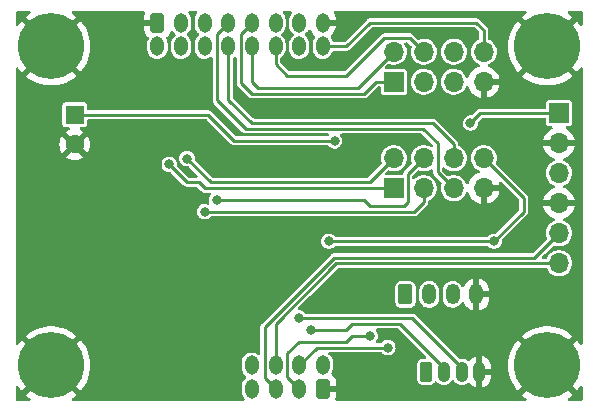
<source format=gbr>
%TF.GenerationSoftware,KiCad,Pcbnew,7.0.6*%
%TF.CreationDate,2023-08-24T17:15:50-04:00*%
%TF.ProjectId,mcumod-carrier-breakout,6d63756d-6f64-42d6-9361-72726965722d,rev?*%
%TF.SameCoordinates,Original*%
%TF.FileFunction,Copper,L2,Bot*%
%TF.FilePolarity,Positive*%
%FSLAX46Y46*%
G04 Gerber Fmt 4.6, Leading zero omitted, Abs format (unit mm)*
G04 Created by KiCad (PCBNEW 7.0.6) date 2023-08-24 17:15:50*
%MOMM*%
%LPD*%
G01*
G04 APERTURE LIST*
G04 Aperture macros list*
%AMRoundRect*
0 Rectangle with rounded corners*
0 $1 Rounding radius*
0 $2 $3 $4 $5 $6 $7 $8 $9 X,Y pos of 4 corners*
0 Add a 4 corners polygon primitive as box body*
4,1,4,$2,$3,$4,$5,$6,$7,$8,$9,$2,$3,0*
0 Add four circle primitives for the rounded corners*
1,1,$1+$1,$2,$3*
1,1,$1+$1,$4,$5*
1,1,$1+$1,$6,$7*
1,1,$1+$1,$8,$9*
0 Add four rect primitives between the rounded corners*
20,1,$1+$1,$2,$3,$4,$5,0*
20,1,$1+$1,$4,$5,$6,$7,0*
20,1,$1+$1,$6,$7,$8,$9,0*
20,1,$1+$1,$8,$9,$2,$3,0*%
G04 Aperture macros list end*
%TA.AperFunction,ComponentPad*%
%ADD10RoundRect,0.250000X-0.350000X-0.575000X0.350000X-0.575000X0.350000X0.575000X-0.350000X0.575000X0*%
%TD*%
%TA.AperFunction,ComponentPad*%
%ADD11O,1.200000X1.650000*%
%TD*%
%TA.AperFunction,ComponentPad*%
%ADD12C,5.600000*%
%TD*%
%TA.AperFunction,ComponentPad*%
%ADD13RoundRect,0.250000X0.350000X0.575000X-0.350000X0.575000X-0.350000X-0.575000X0.350000X-0.575000X0*%
%TD*%
%TA.AperFunction,ComponentPad*%
%ADD14R,1.700000X1.700000*%
%TD*%
%TA.AperFunction,ComponentPad*%
%ADD15O,1.700000X1.700000*%
%TD*%
%TA.AperFunction,ComponentPad*%
%ADD16R,1.600000X1.600000*%
%TD*%
%TA.AperFunction,ComponentPad*%
%ADD17C,1.600000*%
%TD*%
%TA.AperFunction,ComponentPad*%
%ADD18RoundRect,0.250000X-0.265000X-0.615000X0.265000X-0.615000X0.265000X0.615000X-0.265000X0.615000X0*%
%TD*%
%TA.AperFunction,ComponentPad*%
%ADD19O,1.030000X1.730000*%
%TD*%
%TA.AperFunction,ComponentPad*%
%ADD20RoundRect,0.250000X-0.350000X-0.625000X0.350000X-0.625000X0.350000X0.625000X-0.350000X0.625000X0*%
%TD*%
%TA.AperFunction,ComponentPad*%
%ADD21O,1.200000X1.750000*%
%TD*%
%TA.AperFunction,ViaPad*%
%ADD22C,0.800000*%
%TD*%
%TA.AperFunction,Conductor*%
%ADD23C,0.250000*%
%TD*%
G04 APERTURE END LIST*
D10*
%TO.P,J1,1,Pin_1*%
%TO.N,GND*%
X103000000Y-52000000D03*
D11*
%TO.P,J1,2,Pin_2*%
%TO.N,+3.3V*%
X103000000Y-54000000D03*
%TO.P,J1,3,Pin_3*%
%TO.N,IO0*%
X105000000Y-52000000D03*
%TO.P,J1,4,Pin_4*%
%TO.N,IO1*%
X105000000Y-54000000D03*
%TO.P,J1,5,Pin_5*%
%TO.N,IO2*%
X107000000Y-52000000D03*
%TO.P,J1,6,Pin_6*%
%TO.N,IO3*%
X107000000Y-54000000D03*
%TO.P,J1,7,Pin_7*%
%TO.N,IO6*%
X109000000Y-52000000D03*
%TO.P,J1,8,Pin_8*%
%TO.N,IO7*%
X109000000Y-54000000D03*
%TO.P,J1,9,Pin_9*%
%TO.N,IO8*%
X111000000Y-52000000D03*
%TO.P,J1,10,Pin_10*%
%TO.N,IO9*%
X111000000Y-54000000D03*
%TO.P,J1,11,Pin_11*%
%TO.N,IO10*%
X113000000Y-52000000D03*
%TO.P,J1,12,Pin_12*%
%TO.N,IO11*%
X113000000Y-54000000D03*
%TO.P,J1,13,Pin_13*%
%TO.N,IO12*%
X115000000Y-52000000D03*
%TO.P,J1,14,Pin_14*%
%TO.N,IO13*%
X115000000Y-54000000D03*
%TO.P,J1,15,Pin_15*%
%TO.N,GND*%
X117000000Y-52000000D03*
%TO.P,J1,16,Pin_16*%
%TO.N,+3.3V*%
X117000000Y-54000000D03*
%TD*%
D12*
%TO.P,H1,1,1*%
%TO.N,GND*%
X94000000Y-54000000D03*
%TD*%
D13*
%TO.P,J2,1,Pin_1*%
%TO.N,GND*%
X117000000Y-83000000D03*
D11*
%TO.P,J2,2,Pin_2*%
%TO.N,+5V*%
X117000000Y-81000000D03*
%TO.P,J2,3,Pin_3*%
%TO.N,IO4*%
X115000000Y-83000000D03*
%TO.P,J2,4,Pin_4*%
%TO.N,IO5*%
X115000000Y-81000000D03*
%TO.P,J2,5,Pin_5*%
%TO.N,RS485A*%
X113000000Y-83000000D03*
%TO.P,J2,6,Pin_6*%
%TO.N,RS485B*%
X113000000Y-81000000D03*
%TO.P,J2,7,Pin_7*%
%TO.N,P0*%
X111000000Y-83000000D03*
%TO.P,J2,8,Pin_8*%
%TO.N,P1*%
X111000000Y-81000000D03*
%TD*%
D12*
%TO.P,H2,1,1*%
%TO.N,GND*%
X136000000Y-54000000D03*
%TD*%
D14*
%TO.P,J6,1,Pin_1*%
%TO.N,IO0*%
X123000000Y-66000000D03*
D15*
%TO.P,J6,2,Pin_2*%
%TO.N,IO1*%
X123000000Y-63460000D03*
%TO.P,J6,3,Pin_3*%
%TO.N,IO2*%
X125540000Y-66000000D03*
%TO.P,J6,4,Pin_4*%
%TO.N,IO3*%
X125540000Y-63460000D03*
%TO.P,J6,5,Pin_5*%
%TO.N,IO6*%
X128080000Y-66000000D03*
%TO.P,J6,6,Pin_6*%
%TO.N,IO7*%
X128080000Y-63460000D03*
%TO.P,J6,7,Pin_7*%
%TO.N,GND*%
X130620000Y-66000000D03*
%TO.P,J6,8,Pin_8*%
%TO.N,+3.3V*%
X130620000Y-63460000D03*
%TD*%
D16*
%TO.P,C2,1*%
%TO.N,+12V*%
X96000000Y-59794888D03*
D17*
%TO.P,C2,2*%
%TO.N,GND*%
X96000000Y-62294888D03*
%TD*%
D18*
%TO.P,J4,1,Pin_1*%
%TO.N,+3.3V*%
X125750000Y-81550000D03*
D19*
%TO.P,J4,2,Pin_2*%
%TO.N,P0*%
X127250000Y-81550000D03*
%TO.P,J4,3,Pin_3*%
%TO.N,P1*%
X128750000Y-81550000D03*
%TO.P,J4,4,Pin_4*%
%TO.N,GND*%
X130250000Y-81550000D03*
%TD*%
D20*
%TO.P,J5,1,Pin_1*%
%TO.N,IO4*%
X124000000Y-75000000D03*
D21*
%TO.P,J5,2,Pin_2*%
%TO.N,IO5*%
X126000000Y-75000000D03*
%TO.P,J5,3,Pin_3*%
%TO.N,Net-(J5-Pin_3)*%
X128000000Y-75000000D03*
%TO.P,J5,4,Pin_4*%
%TO.N,GND*%
X130000000Y-75000000D03*
%TD*%
D14*
%TO.P,J3,1,Pin_1*%
%TO.N,+12V*%
X137000000Y-59650000D03*
D15*
%TO.P,J3,2,Pin_2*%
%TO.N,GND*%
X137000000Y-62190000D03*
%TO.P,J3,3,Pin_3*%
%TO.N,+5V*%
X137000000Y-64730000D03*
%TO.P,J3,4,Pin_4*%
%TO.N,GND*%
X137000000Y-67270000D03*
%TO.P,J3,5,Pin_5*%
%TO.N,RS485A*%
X137000000Y-69810000D03*
%TO.P,J3,6,Pin_6*%
%TO.N,RS485B*%
X137000000Y-72350000D03*
%TD*%
D12*
%TO.P,H4,1,1*%
%TO.N,GND*%
X136000000Y-81000000D03*
%TD*%
%TO.P,H3,1,1*%
%TO.N,GND*%
X94000000Y-81000000D03*
%TD*%
D14*
%TO.P,J7,1,Pin_1*%
%TO.N,IO8*%
X123000000Y-57000000D03*
D15*
%TO.P,J7,2,Pin_2*%
%TO.N,IO9*%
X123000000Y-54460000D03*
%TO.P,J7,3,Pin_3*%
%TO.N,IO10*%
X125540000Y-57000000D03*
%TO.P,J7,4,Pin_4*%
%TO.N,IO11*%
X125540000Y-54460000D03*
%TO.P,J7,5,Pin_5*%
%TO.N,IO12*%
X128080000Y-57000000D03*
%TO.P,J7,6,Pin_6*%
%TO.N,IO13*%
X128080000Y-54460000D03*
%TO.P,J7,7,Pin_7*%
%TO.N,GND*%
X130620000Y-57000000D03*
%TO.P,J7,8,Pin_8*%
%TO.N,+3.3V*%
X130620000Y-54460000D03*
%TD*%
D22*
%TO.N,GND*%
X113500000Y-63500000D03*
%TO.N,+3.3V*%
X117500000Y-70500000D03*
X131500000Y-70500000D03*
%TO.N,IO0*%
X104000000Y-64000000D03*
%TO.N,IO1*%
X105500000Y-63500000D03*
%TO.N,IO2*%
X107000000Y-68000000D03*
%TO.N,IO3*%
X108000000Y-67000000D03*
%TO.N,IO4*%
X121000000Y-78500000D03*
%TO.N,IO5*%
X122500000Y-79500000D03*
%TO.N,P0*%
X116000000Y-78000000D03*
%TO.N,P1*%
X115000000Y-77000000D03*
%TO.N,+12V*%
X118000000Y-62000000D03*
X129500000Y-60500000D03*
%TD*%
D23*
%TO.N,+3.3V*%
X121000000Y-52000000D02*
X130000000Y-52000000D01*
X134000000Y-66840000D02*
X130620000Y-63460000D01*
X117000000Y-54000000D02*
X119000000Y-54000000D01*
X130620000Y-52620000D02*
X130000000Y-52000000D01*
X117500000Y-70500000D02*
X131500000Y-70500000D01*
X134000000Y-68000000D02*
X134000000Y-66840000D01*
X119000000Y-54000000D02*
X121000000Y-52000000D01*
X131500000Y-70500000D02*
X134000000Y-68000000D01*
X130620000Y-54460000D02*
X130620000Y-52620000D01*
%TO.N,IO0*%
X107000000Y-66000000D02*
X106500000Y-65500000D01*
X104000000Y-64000000D02*
X105500000Y-65500000D01*
X105500000Y-65500000D02*
X106500000Y-65500000D01*
X123000000Y-66000000D02*
X107000000Y-66000000D01*
%TO.N,IO1*%
X123000000Y-63460000D02*
X120960000Y-65500000D01*
X105500000Y-63500000D02*
X107500000Y-65500000D01*
X120960000Y-65500000D02*
X107500000Y-65500000D01*
%TO.N,IO2*%
X124742081Y-68000000D02*
X125540000Y-67202081D01*
X125540000Y-67202081D02*
X125540000Y-66000000D01*
X107000000Y-68000000D02*
X124742081Y-68000000D01*
%TO.N,IO3*%
X121000000Y-67500000D02*
X123850000Y-67500000D01*
X120500000Y-67000000D02*
X121000000Y-67500000D01*
X108000000Y-67000000D02*
X120500000Y-67000000D01*
X123850000Y-67500000D02*
X124175000Y-67175000D01*
X124175000Y-67175000D02*
X124175000Y-64825000D01*
X124175000Y-64825000D02*
X125540000Y-63460000D01*
%TO.N,IO6*%
X108075000Y-52925000D02*
X109000000Y-52000000D01*
X125500000Y-61000000D02*
X110500000Y-61000000D01*
X128080000Y-66000000D02*
X126715000Y-64635000D01*
X108075000Y-58575000D02*
X108075000Y-52925000D01*
X126715000Y-64635000D02*
X126715000Y-62215000D01*
X126715000Y-62215000D02*
X125500000Y-61000000D01*
X110500000Y-61000000D02*
X108075000Y-58575000D01*
%TO.N,IO7*%
X128080000Y-62257919D02*
X126322081Y-60500000D01*
X126322081Y-60500000D02*
X111000000Y-60500000D01*
X128080000Y-63460000D02*
X128080000Y-62257919D01*
X109000000Y-58500000D02*
X109000000Y-54000000D01*
X111000000Y-60500000D02*
X109000000Y-58500000D01*
%TO.N,IO8*%
X110075000Y-52925000D02*
X110075000Y-57075000D01*
X111000000Y-52000000D02*
X110075000Y-52925000D01*
X120500000Y-58000000D02*
X121500000Y-57000000D01*
X111000000Y-58000000D02*
X120500000Y-58000000D01*
X121500000Y-57000000D02*
X123000000Y-57000000D01*
X110075000Y-57075000D02*
X111000000Y-58000000D01*
%TO.N,IO9*%
X119960000Y-57500000D02*
X111500000Y-57500000D01*
X111000000Y-57000000D02*
X111000000Y-54000000D01*
X111500000Y-57500000D02*
X111000000Y-57000000D01*
X123000000Y-54460000D02*
X119960000Y-57500000D01*
%TO.N,IO11*%
X113000000Y-55500000D02*
X114000000Y-56500000D01*
X124365000Y-53285000D02*
X125540000Y-54460000D01*
X114000000Y-56500000D02*
X119000000Y-56500000D01*
X119000000Y-56500000D02*
X122215000Y-53285000D01*
X113000000Y-54000000D02*
X113000000Y-55500000D01*
X122215000Y-53285000D02*
X124365000Y-53285000D01*
%TO.N,IO4*%
X119500000Y-78500000D02*
X121000000Y-78500000D01*
X114000000Y-80000000D02*
X115000000Y-79000000D01*
X115000000Y-83000000D02*
X114000000Y-82000000D01*
X114000000Y-82000000D02*
X114000000Y-80000000D01*
X119000000Y-79000000D02*
X119500000Y-78500000D01*
X115000000Y-79000000D02*
X119000000Y-79000000D01*
%TO.N,IO5*%
X116500000Y-79500000D02*
X122500000Y-79500000D01*
X115000000Y-81000000D02*
X116500000Y-79500000D01*
%TO.N,RS485A*%
X137000000Y-69810000D02*
X134910000Y-71900000D01*
X117963604Y-71900000D02*
X112075000Y-77788604D01*
X112075000Y-82075000D02*
X113000000Y-83000000D01*
X112075000Y-77788604D02*
X112075000Y-82075000D01*
X134910000Y-71900000D02*
X117963604Y-71900000D01*
%TO.N,RS485B*%
X113000000Y-81000000D02*
X113000000Y-77500000D01*
X113000000Y-77500000D02*
X118150000Y-72350000D01*
X118150000Y-72350000D02*
X137000000Y-72350000D01*
%TO.N,P0*%
X127250000Y-81550000D02*
X127250000Y-81200000D01*
X116000000Y-78000000D02*
X119000000Y-78000000D01*
X127250000Y-81200000D02*
X123550000Y-77500000D01*
X119000000Y-78000000D02*
X119500000Y-77500000D01*
X119500000Y-77500000D02*
X123550000Y-77500000D01*
%TO.N,P1*%
X128750000Y-81550000D02*
X128750000Y-81200000D01*
X124550000Y-77000000D02*
X115000000Y-77000000D01*
X128750000Y-81200000D02*
X124550000Y-77000000D01*
%TO.N,+12V*%
X129500000Y-60500000D02*
X130350000Y-59650000D01*
X107294888Y-59794888D02*
X96000000Y-59794888D01*
X118000000Y-62000000D02*
X109500000Y-62000000D01*
X109500000Y-62000000D02*
X107294888Y-59794888D01*
X130350000Y-59650000D02*
X137000000Y-59650000D01*
%TD*%
%TA.AperFunction,Conductor*%
%TO.N,GND*%
G36*
X92865130Y-82134870D02*
G01*
X93055818Y-82297732D01*
X91847255Y-83506295D01*
X91847256Y-83506296D01*
X91860485Y-83518828D01*
X91860486Y-83518829D01*
X92145367Y-83735388D01*
X92145370Y-83735390D01*
X92202475Y-83769749D01*
X92249770Y-83821178D01*
X92261753Y-83890013D01*
X92234618Y-83954399D01*
X92176982Y-83993893D01*
X92138547Y-84000000D01*
X91124000Y-84000000D01*
X91056961Y-83980315D01*
X91011206Y-83927511D01*
X91000000Y-83876000D01*
X91000000Y-82859569D01*
X91019685Y-82792530D01*
X91072489Y-82746775D01*
X91141647Y-82736831D01*
X91205203Y-82765856D01*
X91226634Y-82789982D01*
X91369038Y-83000013D01*
X91496441Y-83150003D01*
X91496442Y-83150004D01*
X92702266Y-81944180D01*
X92865130Y-82134870D01*
G37*
%TD.AperFunction*%
%TA.AperFunction,Conductor*%
G36*
X101896046Y-51019685D02*
G01*
X101941801Y-51072489D01*
X101951745Y-51141647D01*
X101946713Y-51163004D01*
X101910494Y-51272302D01*
X101910493Y-51272309D01*
X101900000Y-51375013D01*
X101900000Y-51750000D01*
X102650393Y-51750000D01*
X102590762Y-51867031D01*
X102569702Y-52000000D01*
X102590762Y-52132969D01*
X102650393Y-52250000D01*
X101900001Y-52250000D01*
X101900001Y-52624986D01*
X101910494Y-52727697D01*
X101965641Y-52894119D01*
X101965643Y-52894124D01*
X102057684Y-53043345D01*
X102181656Y-53167317D01*
X102214344Y-53187479D01*
X102261069Y-53239427D01*
X102272292Y-53308389D01*
X102261787Y-53345084D01*
X102189269Y-53501828D01*
X102189266Y-53501836D01*
X102149500Y-53682502D01*
X102149500Y-54271116D01*
X102164486Y-54408911D01*
X102193816Y-54495956D01*
X102223556Y-54584221D01*
X102310443Y-54728631D01*
X102318931Y-54742737D01*
X102318932Y-54742738D01*
X102446149Y-54877040D01*
X102450499Y-54879989D01*
X102599270Y-54980858D01*
X102599273Y-54980859D01*
X102599276Y-54980861D01*
X102752276Y-55041821D01*
X102771125Y-55049331D01*
X102953683Y-55079260D01*
X103138407Y-55069245D01*
X103138411Y-55069244D01*
X103316656Y-55019755D01*
X103316656Y-55019754D01*
X103316659Y-55019754D01*
X103480104Y-54933100D01*
X103621100Y-54813337D01*
X103733054Y-54666064D01*
X103810732Y-54498167D01*
X103850500Y-54317497D01*
X103850500Y-53728887D01*
X103835514Y-53591090D01*
X103776444Y-53415779D01*
X103776442Y-53415776D01*
X103776443Y-53415776D01*
X103741981Y-53358500D01*
X103724286Y-53290909D01*
X103745943Y-53224480D01*
X103783136Y-53189033D01*
X103818343Y-53167317D01*
X103942315Y-53043345D01*
X104034356Y-52894124D01*
X104034359Y-52894117D01*
X104082907Y-52747607D01*
X104122679Y-52690162D01*
X104187195Y-52663338D01*
X104255970Y-52675653D01*
X104306862Y-52722679D01*
X104318931Y-52742737D01*
X104318932Y-52742738D01*
X104446151Y-52877041D01*
X104446153Y-52877044D01*
X104476448Y-52897584D01*
X104520889Y-52951498D01*
X104529127Y-53020880D01*
X104498547Y-53083702D01*
X104487137Y-53094725D01*
X104378900Y-53186662D01*
X104266946Y-53333936D01*
X104189268Y-53501832D01*
X104189266Y-53501836D01*
X104149500Y-53682502D01*
X104149500Y-54271116D01*
X104164486Y-54408911D01*
X104193816Y-54495956D01*
X104223556Y-54584221D01*
X104310443Y-54728631D01*
X104318931Y-54742737D01*
X104318932Y-54742738D01*
X104446149Y-54877040D01*
X104450499Y-54879989D01*
X104599270Y-54980858D01*
X104599273Y-54980859D01*
X104599276Y-54980861D01*
X104752276Y-55041821D01*
X104771125Y-55049331D01*
X104953683Y-55079260D01*
X105138407Y-55069245D01*
X105138411Y-55069244D01*
X105316656Y-55019755D01*
X105316656Y-55019754D01*
X105316659Y-55019754D01*
X105480104Y-54933100D01*
X105621100Y-54813337D01*
X105733054Y-54666064D01*
X105810732Y-54498167D01*
X105850500Y-54317497D01*
X105850500Y-53728887D01*
X105835514Y-53591090D01*
X105776444Y-53415779D01*
X105681070Y-53257264D01*
X105553849Y-53122959D01*
X105553848Y-53122958D01*
X105553849Y-53122958D01*
X105523550Y-53102415D01*
X105479109Y-53048500D01*
X105470872Y-52979118D01*
X105501453Y-52916296D01*
X105512852Y-52905283D01*
X105621100Y-52813337D01*
X105733054Y-52666064D01*
X105810732Y-52498167D01*
X105850500Y-52317497D01*
X105850500Y-51728887D01*
X105835514Y-51591090D01*
X105776444Y-51415779D01*
X105681070Y-51257264D01*
X105635611Y-51209274D01*
X105603800Y-51147067D01*
X105610670Y-51077536D01*
X105654041Y-51022757D01*
X105720143Y-51000122D01*
X105725636Y-51000000D01*
X106270774Y-51000000D01*
X106337813Y-51019685D01*
X106383568Y-51072489D01*
X106393512Y-51141647D01*
X106369490Y-51199041D01*
X106266946Y-51333936D01*
X106189268Y-51501832D01*
X106189266Y-51501836D01*
X106149500Y-51682502D01*
X106149500Y-52271116D01*
X106164486Y-52408911D01*
X106175051Y-52440265D01*
X106215965Y-52561693D01*
X106223557Y-52584223D01*
X106223558Y-52584225D01*
X106271158Y-52663338D01*
X106309881Y-52727697D01*
X106318931Y-52742737D01*
X106318932Y-52742738D01*
X106446151Y-52877041D01*
X106446153Y-52877044D01*
X106476448Y-52897584D01*
X106520889Y-52951498D01*
X106529127Y-53020880D01*
X106498547Y-53083702D01*
X106487137Y-53094725D01*
X106378900Y-53186662D01*
X106266946Y-53333936D01*
X106189268Y-53501832D01*
X106189266Y-53501836D01*
X106149500Y-53682502D01*
X106149500Y-54271116D01*
X106164486Y-54408911D01*
X106193816Y-54495956D01*
X106223556Y-54584221D01*
X106310443Y-54728631D01*
X106318931Y-54742737D01*
X106318932Y-54742738D01*
X106446149Y-54877040D01*
X106450499Y-54879989D01*
X106599270Y-54980858D01*
X106599273Y-54980859D01*
X106599276Y-54980861D01*
X106752276Y-55041821D01*
X106771125Y-55049331D01*
X106953683Y-55079260D01*
X107138407Y-55069245D01*
X107138411Y-55069244D01*
X107316656Y-55019755D01*
X107316656Y-55019754D01*
X107316659Y-55019754D01*
X107480104Y-54933100D01*
X107495226Y-54920255D01*
X107559060Y-54891859D01*
X107628118Y-54902481D01*
X107680469Y-54948753D01*
X107699500Y-55014764D01*
X107699500Y-58523196D01*
X107696861Y-58548641D01*
X107694633Y-58559266D01*
X107694633Y-58559270D01*
X107699023Y-58594493D01*
X107699499Y-58602156D01*
X107699499Y-58606105D01*
X107699500Y-58606114D01*
X107703342Y-58629142D01*
X107710134Y-58683627D01*
X107712373Y-58691147D01*
X107714934Y-58698608D01*
X107714935Y-58698610D01*
X107739708Y-58744388D01*
X107741055Y-58746877D01*
X107765174Y-58796211D01*
X107769742Y-58802609D01*
X107774582Y-58808827D01*
X107814970Y-58846008D01*
X110197850Y-61228888D01*
X110213975Y-61248744D01*
X110219913Y-61257832D01*
X110219916Y-61257836D01*
X110247925Y-61279636D01*
X110253687Y-61284725D01*
X110256482Y-61287520D01*
X110275495Y-61301094D01*
X110318811Y-61334809D01*
X110318818Y-61334811D01*
X110325720Y-61338547D01*
X110332796Y-61342006D01*
X110332801Y-61342010D01*
X110385402Y-61357670D01*
X110385403Y-61357670D01*
X110437338Y-61375500D01*
X110445072Y-61376790D01*
X110450378Y-61377452D01*
X110455318Y-61379596D01*
X110459332Y-61380182D01*
X110481016Y-61376606D01*
X110507756Y-61375500D01*
X117404382Y-61375500D01*
X117471421Y-61395185D01*
X117517176Y-61447989D01*
X117527120Y-61517147D01*
X117506444Y-61569920D01*
X117505751Y-61570924D01*
X117451479Y-61614922D01*
X117403692Y-61624500D01*
X110486140Y-61624500D01*
X110464729Y-61618213D01*
X110454988Y-61622885D01*
X110435039Y-61624500D01*
X109706899Y-61624500D01*
X109639860Y-61604815D01*
X109619218Y-61588181D01*
X107597037Y-59565999D01*
X107580910Y-59546140D01*
X107574974Y-59537055D01*
X107574971Y-59537051D01*
X107546962Y-59515251D01*
X107541198Y-59510160D01*
X107538403Y-59507365D01*
X107519393Y-59493794D01*
X107476077Y-59460078D01*
X107469162Y-59456336D01*
X107462088Y-59452878D01*
X107409484Y-59437217D01*
X107357546Y-59419387D01*
X107349811Y-59418096D01*
X107341973Y-59417119D01*
X107287132Y-59419388D01*
X97174500Y-59419388D01*
X97107461Y-59399703D01*
X97061706Y-59346899D01*
X97050500Y-59295388D01*
X97050500Y-58970211D01*
X97050499Y-58970209D01*
X97035967Y-58897152D01*
X97035966Y-58897148D01*
X97035966Y-58897147D01*
X96980601Y-58814287D01*
X96897740Y-58758922D01*
X96897739Y-58758921D01*
X96897735Y-58758920D01*
X96824677Y-58744388D01*
X96824674Y-58744388D01*
X95175326Y-58744388D01*
X95175323Y-58744388D01*
X95102264Y-58758920D01*
X95102260Y-58758921D01*
X95019399Y-58814287D01*
X94964033Y-58897148D01*
X94964032Y-58897152D01*
X94949500Y-58970209D01*
X94949500Y-60619566D01*
X94964032Y-60692623D01*
X94964033Y-60692627D01*
X94964034Y-60692628D01*
X95019399Y-60775489D01*
X95090489Y-60822989D01*
X95102260Y-60830854D01*
X95102264Y-60830855D01*
X95175321Y-60845387D01*
X95175324Y-60845388D01*
X95473072Y-60845388D01*
X95540111Y-60865073D01*
X95585866Y-60917877D01*
X95595810Y-60987035D01*
X95566785Y-61050591D01*
X95525477Y-61081770D01*
X95347513Y-61164756D01*
X95274527Y-61215860D01*
X95274526Y-61215861D01*
X95955600Y-61896934D01*
X95874852Y-61909723D01*
X95761955Y-61967247D01*
X95672359Y-62056843D01*
X95614835Y-62169740D01*
X95602046Y-62250487D01*
X94920973Y-61569414D01*
X94920972Y-61569415D01*
X94869868Y-61642401D01*
X94773734Y-61848561D01*
X94773730Y-61848570D01*
X94714860Y-62068277D01*
X94714858Y-62068288D01*
X94695034Y-62294885D01*
X94695034Y-62294890D01*
X94714858Y-62521487D01*
X94714860Y-62521498D01*
X94773730Y-62741205D01*
X94773734Y-62741214D01*
X94869865Y-62947369D01*
X94869866Y-62947371D01*
X94920973Y-63020359D01*
X94920974Y-63020360D01*
X95602046Y-62339287D01*
X95614835Y-62420036D01*
X95672359Y-62532933D01*
X95761955Y-62622529D01*
X95874852Y-62680053D01*
X95955599Y-62692841D01*
X95274526Y-63373913D01*
X95274526Y-63373914D01*
X95347512Y-63425019D01*
X95347516Y-63425021D01*
X95553673Y-63521153D01*
X95553682Y-63521157D01*
X95773389Y-63580027D01*
X95773400Y-63580029D01*
X95999998Y-63599854D01*
X96000002Y-63599854D01*
X96226599Y-63580029D01*
X96226610Y-63580027D01*
X96446317Y-63521157D01*
X96446331Y-63521152D01*
X96652478Y-63425024D01*
X96725472Y-63373913D01*
X96044401Y-62692841D01*
X96125148Y-62680053D01*
X96238045Y-62622529D01*
X96327641Y-62532933D01*
X96385165Y-62420036D01*
X96397953Y-62339288D01*
X97079025Y-63020360D01*
X97130136Y-62947366D01*
X97226264Y-62741219D01*
X97226269Y-62741205D01*
X97285139Y-62521498D01*
X97285141Y-62521487D01*
X97304966Y-62294890D01*
X97304966Y-62294885D01*
X97285141Y-62068288D01*
X97285139Y-62068277D01*
X97226269Y-61848570D01*
X97226265Y-61848561D01*
X97130133Y-61642404D01*
X97130131Y-61642400D01*
X97079026Y-61569414D01*
X97079025Y-61569414D01*
X96397953Y-62250486D01*
X96385165Y-62169740D01*
X96327641Y-62056843D01*
X96238045Y-61967247D01*
X96125148Y-61909723D01*
X96044400Y-61896934D01*
X96725472Y-61215862D01*
X96725471Y-61215861D01*
X96652483Y-61164754D01*
X96652481Y-61164753D01*
X96474523Y-61081770D01*
X96422084Y-61035598D01*
X96402932Y-60968404D01*
X96423148Y-60901523D01*
X96476313Y-60856188D01*
X96526928Y-60845388D01*
X96824676Y-60845388D01*
X96824677Y-60845387D01*
X96897740Y-60830854D01*
X96980601Y-60775489D01*
X97035966Y-60692628D01*
X97050500Y-60619562D01*
X97050500Y-60294387D01*
X97070185Y-60227349D01*
X97122989Y-60181594D01*
X97174500Y-60170388D01*
X107087989Y-60170388D01*
X107155028Y-60190073D01*
X107175670Y-60206707D01*
X109197849Y-62228886D01*
X109213977Y-62248745D01*
X109219916Y-62257836D01*
X109247932Y-62279641D01*
X109253693Y-62284730D01*
X109256482Y-62287519D01*
X109275483Y-62301085D01*
X109318052Y-62334218D01*
X109318811Y-62334809D01*
X109325722Y-62338549D01*
X109332800Y-62342010D01*
X109375137Y-62354614D01*
X109385405Y-62357671D01*
X109437340Y-62375500D01*
X109437342Y-62375500D01*
X109445079Y-62376791D01*
X109452909Y-62377767D01*
X109452911Y-62377768D01*
X109452912Y-62377767D01*
X109452913Y-62377768D01*
X109507755Y-62375500D01*
X117403692Y-62375500D01*
X117470731Y-62395185D01*
X117505742Y-62429061D01*
X117508163Y-62432569D01*
X117509515Y-62434528D01*
X117509517Y-62434530D01*
X117627760Y-62539283D01*
X117627762Y-62539284D01*
X117767634Y-62612696D01*
X117921014Y-62650500D01*
X117921015Y-62650500D01*
X118078985Y-62650500D01*
X118232365Y-62612696D01*
X118232364Y-62612696D01*
X118372240Y-62539283D01*
X118490483Y-62434530D01*
X118580220Y-62304523D01*
X118636237Y-62156818D01*
X118655278Y-62000000D01*
X118650751Y-61962712D01*
X118636237Y-61843181D01*
X118591988Y-61726507D01*
X118580220Y-61695477D01*
X118493567Y-61569938D01*
X118471685Y-61503586D01*
X118489150Y-61435934D01*
X118540418Y-61388464D01*
X118595618Y-61375500D01*
X125293101Y-61375500D01*
X125360140Y-61395185D01*
X125380782Y-61411819D01*
X126303181Y-62334218D01*
X126336666Y-62395541D01*
X126339500Y-62421899D01*
X126339500Y-62438030D01*
X126319815Y-62505069D01*
X126267011Y-62550824D01*
X126197853Y-62560768D01*
X126150223Y-62543457D01*
X126032642Y-62470655D01*
X126032639Y-62470653D01*
X126032637Y-62470652D01*
X126032636Y-62470651D01*
X126032635Y-62470651D01*
X125884996Y-62413456D01*
X125842456Y-62396976D01*
X125641976Y-62359500D01*
X125438024Y-62359500D01*
X125237544Y-62396976D01*
X125237541Y-62396976D01*
X125237541Y-62396977D01*
X125047364Y-62470651D01*
X125047357Y-62470655D01*
X124873960Y-62578017D01*
X124873958Y-62578019D01*
X124723237Y-62715418D01*
X124600327Y-62878178D01*
X124509422Y-63060739D01*
X124509417Y-63060752D01*
X124453602Y-63256917D01*
X124434785Y-63459999D01*
X124434785Y-63460000D01*
X124453602Y-63663082D01*
X124475674Y-63740655D01*
X124509417Y-63859247D01*
X124510987Y-63864763D01*
X124509003Y-63865327D01*
X124514098Y-63925816D01*
X124481390Y-63987557D01*
X124480290Y-63988671D01*
X123946108Y-64522852D01*
X123926254Y-64538976D01*
X123917165Y-64544914D01*
X123917164Y-64544915D01*
X123895363Y-64572923D01*
X123890286Y-64578674D01*
X123887484Y-64581477D01*
X123887474Y-64581488D01*
X123873905Y-64600495D01*
X123840192Y-64643808D01*
X123836447Y-64650729D01*
X123832988Y-64657804D01*
X123817329Y-64710403D01*
X123799500Y-64762338D01*
X123798206Y-64770092D01*
X123795960Y-64788111D01*
X123792603Y-64787692D01*
X123780026Y-64838166D01*
X123729160Y-64886067D01*
X123673026Y-64899500D01*
X122390898Y-64899500D01*
X122323859Y-64879815D01*
X122278104Y-64827011D01*
X122268160Y-64757853D01*
X122297185Y-64694297D01*
X122303217Y-64687819D01*
X122382396Y-64608640D01*
X122474972Y-64516063D01*
X122536293Y-64482580D01*
X122605984Y-64487564D01*
X122607444Y-64488119D01*
X122697544Y-64523024D01*
X122898024Y-64560500D01*
X122898026Y-64560500D01*
X123101974Y-64560500D01*
X123101976Y-64560500D01*
X123302456Y-64523024D01*
X123492637Y-64449348D01*
X123666041Y-64341981D01*
X123805170Y-64215148D01*
X123816762Y-64204581D01*
X123816764Y-64204579D01*
X123939673Y-64041821D01*
X124030582Y-63859250D01*
X124086397Y-63663083D01*
X124105215Y-63460000D01*
X124086397Y-63256917D01*
X124030582Y-63060750D01*
X124010470Y-63020360D01*
X123974124Y-62947366D01*
X123939673Y-62878179D01*
X123816764Y-62715421D01*
X123816762Y-62715418D01*
X123666041Y-62578019D01*
X123666039Y-62578017D01*
X123492642Y-62470655D01*
X123492639Y-62470653D01*
X123492637Y-62470652D01*
X123492636Y-62470651D01*
X123492635Y-62470651D01*
X123344996Y-62413456D01*
X123302456Y-62396976D01*
X123101976Y-62359500D01*
X122898024Y-62359500D01*
X122697544Y-62396976D01*
X122697541Y-62396976D01*
X122697541Y-62396977D01*
X122507364Y-62470651D01*
X122507357Y-62470655D01*
X122333960Y-62578017D01*
X122333958Y-62578019D01*
X122183237Y-62715418D01*
X122060327Y-62878178D01*
X121969422Y-63060739D01*
X121969417Y-63060752D01*
X121913602Y-63256917D01*
X121894785Y-63459999D01*
X121894785Y-63460000D01*
X121913602Y-63663082D01*
X121935674Y-63740655D01*
X121969417Y-63859247D01*
X121970987Y-63864763D01*
X121969003Y-63865327D01*
X121974098Y-63925816D01*
X121941390Y-63987557D01*
X121940290Y-63988671D01*
X120840781Y-65088181D01*
X120779458Y-65121666D01*
X120753100Y-65124500D01*
X107706899Y-65124500D01*
X107639860Y-65104815D01*
X107619218Y-65088181D01*
X106184517Y-63653480D01*
X106151032Y-63592157D01*
X106149102Y-63550857D01*
X106155278Y-63500000D01*
X106136237Y-63343182D01*
X106080220Y-63195477D01*
X105990483Y-63065470D01*
X105872240Y-62960717D01*
X105872238Y-62960716D01*
X105872237Y-62960715D01*
X105732365Y-62887303D01*
X105578986Y-62849500D01*
X105578985Y-62849500D01*
X105421015Y-62849500D01*
X105421014Y-62849500D01*
X105267634Y-62887303D01*
X105127762Y-62960715D01*
X105009516Y-63065471D01*
X104919781Y-63195475D01*
X104919780Y-63195476D01*
X104863762Y-63343181D01*
X104844722Y-63499999D01*
X104844722Y-63500000D01*
X104863762Y-63656818D01*
X104895557Y-63740652D01*
X104919780Y-63804523D01*
X105009517Y-63934530D01*
X105127760Y-64039283D01*
X105127762Y-64039284D01*
X105267634Y-64112696D01*
X105421014Y-64150500D01*
X105568101Y-64150500D01*
X105635140Y-64170185D01*
X105655782Y-64186819D01*
X106381782Y-64912819D01*
X106415267Y-64974142D01*
X106410283Y-65043834D01*
X106368411Y-65099767D01*
X106302947Y-65124184D01*
X106294101Y-65124500D01*
X105706900Y-65124500D01*
X105639861Y-65104815D01*
X105619219Y-65088181D01*
X104684518Y-64153480D01*
X104651033Y-64092157D01*
X104649103Y-64050852D01*
X104655278Y-64000000D01*
X104636237Y-63843182D01*
X104580220Y-63695477D01*
X104490483Y-63565470D01*
X104372240Y-63460717D01*
X104372238Y-63460716D01*
X104372237Y-63460715D01*
X104232365Y-63387303D01*
X104078986Y-63349500D01*
X104078985Y-63349500D01*
X103921015Y-63349500D01*
X103921014Y-63349500D01*
X103767634Y-63387303D01*
X103627762Y-63460715D01*
X103509516Y-63565471D01*
X103419781Y-63695475D01*
X103419780Y-63695476D01*
X103363762Y-63843181D01*
X103344722Y-63999999D01*
X103344722Y-64000000D01*
X103363762Y-64156818D01*
X103393121Y-64234229D01*
X103419780Y-64304523D01*
X103509517Y-64434530D01*
X103627760Y-64539283D01*
X103627762Y-64539284D01*
X103767634Y-64612696D01*
X103921014Y-64650500D01*
X104068101Y-64650500D01*
X104135140Y-64670185D01*
X104155782Y-64686819D01*
X105197849Y-65728886D01*
X105213977Y-65748745D01*
X105219916Y-65757836D01*
X105247932Y-65779641D01*
X105253693Y-65784730D01*
X105256482Y-65787519D01*
X105275483Y-65801085D01*
X105313275Y-65830500D01*
X105318811Y-65834809D01*
X105325722Y-65838549D01*
X105332800Y-65842010D01*
X105385404Y-65857670D01*
X105385405Y-65857671D01*
X105437340Y-65875500D01*
X105437342Y-65875500D01*
X105445079Y-65876791D01*
X105452909Y-65877767D01*
X105452911Y-65877768D01*
X105452912Y-65877767D01*
X105452913Y-65877768D01*
X105507755Y-65875500D01*
X106293101Y-65875500D01*
X106360140Y-65895185D01*
X106380782Y-65911819D01*
X106697850Y-66228888D01*
X106713975Y-66248744D01*
X106719913Y-66257832D01*
X106719916Y-66257836D01*
X106747925Y-66279636D01*
X106753687Y-66284725D01*
X106756482Y-66287520D01*
X106775495Y-66301094D01*
X106818811Y-66334809D01*
X106818818Y-66334811D01*
X106825720Y-66338547D01*
X106832796Y-66342006D01*
X106832801Y-66342010D01*
X106878366Y-66355575D01*
X106885403Y-66357670D01*
X106937338Y-66375500D01*
X106945072Y-66376790D01*
X106952910Y-66377767D01*
X106952912Y-66377768D01*
X106952913Y-66377767D01*
X106952914Y-66377768D01*
X107007756Y-66375500D01*
X107404382Y-66375500D01*
X107471421Y-66395185D01*
X107517176Y-66447989D01*
X107527120Y-66517147D01*
X107506432Y-66569938D01*
X107469535Y-66623394D01*
X107419781Y-66695475D01*
X107419780Y-66695476D01*
X107363762Y-66843181D01*
X107344722Y-66999999D01*
X107344722Y-67000000D01*
X107363763Y-67156818D01*
X107390233Y-67226615D01*
X107395600Y-67296278D01*
X107362452Y-67357785D01*
X107301314Y-67391606D01*
X107240028Y-67387560D01*
X107239649Y-67389099D01*
X107078986Y-67349500D01*
X107078985Y-67349500D01*
X106921015Y-67349500D01*
X106921014Y-67349500D01*
X106767634Y-67387303D01*
X106627762Y-67460715D01*
X106509516Y-67565471D01*
X106419781Y-67695475D01*
X106419780Y-67695476D01*
X106363762Y-67843181D01*
X106344722Y-67999999D01*
X106344722Y-68000000D01*
X106363762Y-68156818D01*
X106415430Y-68293054D01*
X106419780Y-68304523D01*
X106509517Y-68434530D01*
X106627760Y-68539283D01*
X106627762Y-68539284D01*
X106767634Y-68612696D01*
X106921014Y-68650500D01*
X106921015Y-68650500D01*
X107078985Y-68650500D01*
X107232365Y-68612696D01*
X107275101Y-68590266D01*
X107372240Y-68539283D01*
X107490483Y-68434530D01*
X107494257Y-68429061D01*
X107548537Y-68385071D01*
X107596308Y-68375500D01*
X124690277Y-68375500D01*
X124715722Y-68378139D01*
X124719521Y-68378935D01*
X124726349Y-68380367D01*
X124747306Y-68377754D01*
X124761573Y-68375977D01*
X124769249Y-68375500D01*
X124773193Y-68375500D01*
X124773195Y-68375500D01*
X124773197Y-68375499D01*
X124773203Y-68375499D01*
X124788568Y-68372934D01*
X124796221Y-68371657D01*
X124850707Y-68364866D01*
X124850708Y-68364865D01*
X124850710Y-68364865D01*
X124858222Y-68362628D01*
X124865687Y-68360066D01*
X124865687Y-68360065D01*
X124865691Y-68360065D01*
X124913958Y-68333944D01*
X124963292Y-68309826D01*
X124963294Y-68309823D01*
X124969675Y-68305268D01*
X124975900Y-68300422D01*
X124975907Y-68300419D01*
X125013088Y-68260029D01*
X125768892Y-67504225D01*
X125788741Y-67488106D01*
X125797836Y-67482165D01*
X125819644Y-67454143D01*
X125824721Y-67448397D01*
X125827520Y-67445599D01*
X125841094Y-67426585D01*
X125874809Y-67383270D01*
X125874809Y-67383268D01*
X125878547Y-67376361D01*
X125882003Y-67369288D01*
X125882010Y-67369280D01*
X125897670Y-67316677D01*
X125915500Y-67264741D01*
X125915500Y-67264736D01*
X125916790Y-67257005D01*
X125917768Y-67249166D01*
X125915500Y-67194325D01*
X125915500Y-67119668D01*
X125935185Y-67052629D01*
X125987989Y-67006874D01*
X125994679Y-67004052D01*
X126032637Y-66989348D01*
X126206041Y-66881981D01*
X126334122Y-66765219D01*
X126356762Y-66744581D01*
X126358585Y-66742167D01*
X126479673Y-66581821D01*
X126570582Y-66399250D01*
X126626397Y-66203083D01*
X126645215Y-66000000D01*
X126638461Y-65927116D01*
X126626397Y-65796917D01*
X126613048Y-65750000D01*
X126570582Y-65600750D01*
X126567836Y-65595236D01*
X126520415Y-65500000D01*
X126479673Y-65418179D01*
X126356764Y-65255421D01*
X126356762Y-65255418D01*
X126206041Y-65118019D01*
X126206039Y-65118017D01*
X126032642Y-65010655D01*
X126032635Y-65010651D01*
X125906769Y-64961891D01*
X125842456Y-64936976D01*
X125641976Y-64899500D01*
X125438024Y-64899500D01*
X125237544Y-64936976D01*
X125237541Y-64936976D01*
X125237541Y-64936977D01*
X125047364Y-65010651D01*
X125047357Y-65010655D01*
X124873962Y-65118016D01*
X124758037Y-65223695D01*
X124695232Y-65254311D01*
X124625845Y-65246113D01*
X124571905Y-65201703D01*
X124550538Y-65135181D01*
X124550499Y-65132114D01*
X124550499Y-65031895D01*
X124570184Y-64964860D01*
X124586814Y-64944222D01*
X125014972Y-64516063D01*
X125076293Y-64482580D01*
X125145984Y-64487564D01*
X125147444Y-64488119D01*
X125237544Y-64523024D01*
X125438024Y-64560500D01*
X125438026Y-64560500D01*
X125641974Y-64560500D01*
X125641976Y-64560500D01*
X125842456Y-64523024D01*
X126032637Y-64449348D01*
X126150223Y-64376541D01*
X126217583Y-64357986D01*
X126284282Y-64378794D01*
X126329144Y-64432360D01*
X126339500Y-64481969D01*
X126339500Y-64583196D01*
X126336862Y-64608634D01*
X126334633Y-64619268D01*
X126334633Y-64619269D01*
X126334633Y-64619271D01*
X126339023Y-64654491D01*
X126339500Y-64662167D01*
X126339500Y-64666116D01*
X126343342Y-64689141D01*
X126350134Y-64743627D01*
X126352373Y-64751147D01*
X126354934Y-64758608D01*
X126354935Y-64758610D01*
X126370673Y-64787692D01*
X126381055Y-64806877D01*
X126405174Y-64856211D01*
X126409742Y-64862609D01*
X126414582Y-64868827D01*
X126454971Y-64906009D01*
X127020289Y-65471326D01*
X127053774Y-65532649D01*
X127049331Y-65594765D01*
X127050986Y-65595236D01*
X126993603Y-65796915D01*
X126993602Y-65796917D01*
X126974785Y-65999999D01*
X126974785Y-66000000D01*
X126993602Y-66203082D01*
X127049417Y-66399247D01*
X127049422Y-66399260D01*
X127140327Y-66581821D01*
X127263237Y-66744581D01*
X127413958Y-66881980D01*
X127413960Y-66881982D01*
X127429822Y-66891803D01*
X127587363Y-66989348D01*
X127777544Y-67063024D01*
X127978024Y-67100500D01*
X127978026Y-67100500D01*
X128181974Y-67100500D01*
X128181976Y-67100500D01*
X128382456Y-67063024D01*
X128572637Y-66989348D01*
X128746041Y-66881981D01*
X128874122Y-66765219D01*
X128896762Y-66744581D01*
X128898585Y-66742167D01*
X129019673Y-66581821D01*
X129106816Y-66406812D01*
X129154319Y-66355575D01*
X129221982Y-66338153D01*
X129288323Y-66360078D01*
X129332278Y-66414389D01*
X129337592Y-66429989D01*
X129346567Y-66463485D01*
X129346570Y-66463492D01*
X129446399Y-66677578D01*
X129581894Y-66871082D01*
X129748917Y-67038105D01*
X129942421Y-67173600D01*
X130156507Y-67273429D01*
X130156516Y-67273433D01*
X130370000Y-67330634D01*
X130370000Y-66435501D01*
X130477685Y-66484680D01*
X130584237Y-66500000D01*
X130655763Y-66500000D01*
X130762315Y-66484680D01*
X130870000Y-66435501D01*
X130870000Y-67330633D01*
X131083483Y-67273433D01*
X131083492Y-67273429D01*
X131297578Y-67173600D01*
X131491082Y-67038105D01*
X131658105Y-66871082D01*
X131793600Y-66677578D01*
X131893429Y-66463492D01*
X131893432Y-66463486D01*
X131950636Y-66250000D01*
X131053686Y-66250000D01*
X131079493Y-66209844D01*
X131120000Y-66071889D01*
X131120000Y-65928111D01*
X131079493Y-65790156D01*
X131053686Y-65750000D01*
X131950636Y-65750000D01*
X131950635Y-65749999D01*
X131913632Y-65611900D01*
X131915295Y-65542050D01*
X131954457Y-65484187D01*
X132018686Y-65456683D01*
X132087588Y-65468269D01*
X132121088Y-65492125D01*
X133588181Y-66959218D01*
X133621666Y-67020541D01*
X133624500Y-67046899D01*
X133624500Y-67793099D01*
X133604815Y-67860138D01*
X133588181Y-67880780D01*
X131655780Y-69813181D01*
X131594457Y-69846666D01*
X131568099Y-69849500D01*
X131421014Y-69849500D01*
X131267634Y-69887303D01*
X131127762Y-69960715D01*
X131009516Y-70065470D01*
X131007089Y-70068987D01*
X131005742Y-70070938D01*
X130951463Y-70114929D01*
X130903692Y-70124500D01*
X118096308Y-70124500D01*
X118029269Y-70104815D01*
X117994257Y-70070938D01*
X117990483Y-70065470D01*
X117872240Y-69960717D01*
X117872238Y-69960716D01*
X117872237Y-69960715D01*
X117732365Y-69887303D01*
X117578986Y-69849500D01*
X117578985Y-69849500D01*
X117421015Y-69849500D01*
X117421014Y-69849500D01*
X117267634Y-69887303D01*
X117127762Y-69960715D01*
X117009516Y-70065471D01*
X116919781Y-70195475D01*
X116919780Y-70195476D01*
X116863762Y-70343181D01*
X116844721Y-70499999D01*
X116844721Y-70500000D01*
X116863762Y-70656818D01*
X116917816Y-70799344D01*
X116919780Y-70804523D01*
X117009517Y-70934530D01*
X117127760Y-71039283D01*
X117127762Y-71039284D01*
X117267634Y-71112696D01*
X117421014Y-71150500D01*
X117421015Y-71150500D01*
X117578985Y-71150500D01*
X117732365Y-71112696D01*
X117732364Y-71112695D01*
X117872240Y-71039283D01*
X117990483Y-70934530D01*
X117994257Y-70929061D01*
X118048537Y-70885071D01*
X118096308Y-70875500D01*
X130903692Y-70875500D01*
X130970731Y-70895185D01*
X131005742Y-70929061D01*
X131008163Y-70932569D01*
X131009515Y-70934528D01*
X131009517Y-70934530D01*
X131127760Y-71039283D01*
X131127762Y-71039284D01*
X131267634Y-71112696D01*
X131421014Y-71150500D01*
X131421015Y-71150500D01*
X131578985Y-71150500D01*
X131732365Y-71112696D01*
X131732364Y-71112695D01*
X131872240Y-71039283D01*
X131990483Y-70934530D01*
X132080220Y-70804523D01*
X132136237Y-70656818D01*
X132155278Y-70500000D01*
X132149102Y-70449144D01*
X132160561Y-70380224D01*
X132184514Y-70346521D01*
X134228892Y-68302144D01*
X134248741Y-68286025D01*
X134257836Y-68280084D01*
X134279644Y-68252062D01*
X134284721Y-68246316D01*
X134287520Y-68243518D01*
X134301094Y-68224504D01*
X134334809Y-68181189D01*
X134334809Y-68181187D01*
X134338547Y-68174280D01*
X134342003Y-68167207D01*
X134342010Y-68167199D01*
X134357670Y-68114596D01*
X134375500Y-68062660D01*
X134375500Y-68062655D01*
X134376790Y-68054924D01*
X134377768Y-68047085D01*
X134375500Y-67992244D01*
X134375500Y-66891803D01*
X134378139Y-66866358D01*
X134378177Y-66866175D01*
X134380367Y-66855732D01*
X134378325Y-66839353D01*
X134375977Y-66820507D01*
X134375500Y-66812831D01*
X134375500Y-66808889D01*
X134375498Y-66808876D01*
X134374167Y-66800903D01*
X134371657Y-66785859D01*
X134364866Y-66731374D01*
X134364864Y-66731370D01*
X134362622Y-66723840D01*
X134360065Y-66716392D01*
X134360065Y-66716390D01*
X134333944Y-66668122D01*
X134309826Y-66618789D01*
X134309824Y-66618787D01*
X134309824Y-66618786D01*
X134305267Y-66612404D01*
X134300415Y-66606169D01*
X134260029Y-66568992D01*
X131679710Y-63988672D01*
X131646225Y-63927349D01*
X131650667Y-63865234D01*
X131649013Y-63864764D01*
X131650583Y-63859247D01*
X131706397Y-63663083D01*
X131725215Y-63460000D01*
X131706397Y-63256917D01*
X131650582Y-63060750D01*
X131630470Y-63020360D01*
X131594124Y-62947366D01*
X131559673Y-62878179D01*
X131436764Y-62715421D01*
X131436762Y-62715418D01*
X131286041Y-62578019D01*
X131286039Y-62578017D01*
X131112642Y-62470655D01*
X131112639Y-62470653D01*
X131112637Y-62470652D01*
X131112636Y-62470651D01*
X131112635Y-62470651D01*
X130964996Y-62413456D01*
X130922456Y-62396976D01*
X130721976Y-62359500D01*
X130518024Y-62359500D01*
X130317544Y-62396976D01*
X130317541Y-62396976D01*
X130317541Y-62396977D01*
X130127364Y-62470651D01*
X130127357Y-62470655D01*
X129953960Y-62578017D01*
X129953958Y-62578019D01*
X129803237Y-62715418D01*
X129680327Y-62878178D01*
X129589422Y-63060739D01*
X129589417Y-63060752D01*
X129533602Y-63256917D01*
X129514785Y-63459999D01*
X129514785Y-63460000D01*
X129533602Y-63663082D01*
X129589417Y-63859247D01*
X129589422Y-63859260D01*
X129680327Y-64041821D01*
X129803237Y-64204581D01*
X129953958Y-64341980D01*
X129953960Y-64341982D01*
X129979808Y-64357986D01*
X130127363Y-64449348D01*
X130208283Y-64480696D01*
X130263685Y-64523269D01*
X130287276Y-64589035D01*
X130271565Y-64657116D01*
X130221542Y-64705895D01*
X130195586Y-64716097D01*
X130156519Y-64726565D01*
X130156507Y-64726570D01*
X129942422Y-64826399D01*
X129942420Y-64826400D01*
X129748926Y-64961886D01*
X129748920Y-64961891D01*
X129581891Y-65128920D01*
X129581886Y-65128926D01*
X129446400Y-65322420D01*
X129446399Y-65322422D01*
X129346570Y-65536507D01*
X129346568Y-65536511D01*
X129337592Y-65570011D01*
X129301226Y-65629671D01*
X129238379Y-65660199D01*
X129169003Y-65651904D01*
X129115126Y-65607418D01*
X129106817Y-65593188D01*
X129060415Y-65500000D01*
X129019673Y-65418179D01*
X128896764Y-65255421D01*
X128896762Y-65255418D01*
X128746041Y-65118019D01*
X128746039Y-65118017D01*
X128572642Y-65010655D01*
X128572635Y-65010651D01*
X128446769Y-64961891D01*
X128382456Y-64936976D01*
X128181976Y-64899500D01*
X127978024Y-64899500D01*
X127826739Y-64927779D01*
X127777538Y-64936977D01*
X127687445Y-64971879D01*
X127617821Y-64977740D01*
X127556081Y-64945030D01*
X127554971Y-64943933D01*
X127126819Y-64515781D01*
X127093334Y-64454458D01*
X127090500Y-64428100D01*
X127090500Y-64327942D01*
X127110185Y-64260903D01*
X127162989Y-64215148D01*
X127232147Y-64205204D01*
X127295703Y-64234229D01*
X127298030Y-64236298D01*
X127372871Y-64304524D01*
X127413958Y-64341980D01*
X127413960Y-64341982D01*
X127439808Y-64357986D01*
X127587363Y-64449348D01*
X127777544Y-64523024D01*
X127978024Y-64560500D01*
X127978026Y-64560500D01*
X128181974Y-64560500D01*
X128181976Y-64560500D01*
X128382456Y-64523024D01*
X128572637Y-64449348D01*
X128746041Y-64341981D01*
X128885170Y-64215148D01*
X128896762Y-64204581D01*
X128896764Y-64204579D01*
X129019673Y-64041821D01*
X129110582Y-63859250D01*
X129166397Y-63663083D01*
X129185215Y-63460000D01*
X129166397Y-63256917D01*
X129110582Y-63060750D01*
X129090470Y-63020360D01*
X129054124Y-62947366D01*
X129019673Y-62878179D01*
X128896764Y-62715421D01*
X128896762Y-62715418D01*
X128746041Y-62578019D01*
X128746039Y-62578017D01*
X128572640Y-62470653D01*
X128572628Y-62470647D01*
X128534705Y-62455956D01*
X128479304Y-62413383D01*
X128455714Y-62347616D01*
X128455500Y-62340330D01*
X128455500Y-62309723D01*
X128458139Y-62284278D01*
X128458785Y-62281194D01*
X128460367Y-62273651D01*
X128458396Y-62257835D01*
X128455977Y-62238425D01*
X128455500Y-62230749D01*
X128455500Y-62226808D01*
X128455498Y-62226795D01*
X128451657Y-62203778D01*
X128449177Y-62183884D01*
X128444866Y-62149293D01*
X128444864Y-62149289D01*
X128442622Y-62141759D01*
X128440065Y-62134311D01*
X128440065Y-62134309D01*
X128413944Y-62086041D01*
X128389826Y-62036708D01*
X128389824Y-62036706D01*
X128389824Y-62036705D01*
X128385276Y-62030335D01*
X128380420Y-62024095D01*
X128380419Y-62024093D01*
X128340029Y-61986911D01*
X126624230Y-60271111D01*
X126608103Y-60251252D01*
X126602167Y-60242167D01*
X126602164Y-60242163D01*
X126574155Y-60220363D01*
X126568391Y-60215272D01*
X126565596Y-60212477D01*
X126546586Y-60198906D01*
X126503270Y-60165190D01*
X126496355Y-60161448D01*
X126489281Y-60157990D01*
X126436677Y-60142329D01*
X126384739Y-60124499D01*
X126377004Y-60123208D01*
X126369166Y-60122231D01*
X126314325Y-60124500D01*
X111206899Y-60124500D01*
X111139860Y-60104815D01*
X111119218Y-60088181D01*
X110294331Y-59263294D01*
X109411816Y-58380778D01*
X109378333Y-58319458D01*
X109375500Y-58293109D01*
X109375500Y-55063165D01*
X109395185Y-54996126D01*
X109441417Y-54953610D01*
X109480104Y-54933100D01*
X109495226Y-54920255D01*
X109559060Y-54891859D01*
X109628118Y-54902481D01*
X109680469Y-54948753D01*
X109699500Y-55014764D01*
X109699500Y-57023196D01*
X109696862Y-57048634D01*
X109694633Y-57059268D01*
X109694633Y-57059269D01*
X109694633Y-57059271D01*
X109699023Y-57094491D01*
X109699500Y-57102167D01*
X109699500Y-57106116D01*
X109703342Y-57129141D01*
X109710134Y-57183627D01*
X109712373Y-57191147D01*
X109714934Y-57198608D01*
X109714935Y-57198610D01*
X109741055Y-57246876D01*
X109741055Y-57246877D01*
X109765174Y-57296211D01*
X109769742Y-57302609D01*
X109774582Y-57308827D01*
X109814971Y-57346009D01*
X110697849Y-58228886D01*
X110713978Y-58248747D01*
X110719916Y-58257836D01*
X110747929Y-58279639D01*
X110753691Y-58284728D01*
X110756483Y-58287520D01*
X110775486Y-58301088D01*
X110818811Y-58334809D01*
X110818813Y-58334809D01*
X110825735Y-58338555D01*
X110832798Y-58342008D01*
X110832801Y-58342010D01*
X110885412Y-58357673D01*
X110911376Y-58366586D01*
X110937339Y-58375500D01*
X110945101Y-58376795D01*
X110952911Y-58377768D01*
X110952912Y-58377769D01*
X110952912Y-58377768D01*
X110952913Y-58377769D01*
X110980340Y-58376634D01*
X111007769Y-58375500D01*
X120448196Y-58375500D01*
X120473641Y-58378139D01*
X120477440Y-58378935D01*
X120484268Y-58380367D01*
X120505225Y-58377754D01*
X120519492Y-58375977D01*
X120527168Y-58375500D01*
X120531112Y-58375500D01*
X120531114Y-58375500D01*
X120531116Y-58375499D01*
X120531122Y-58375499D01*
X120546487Y-58372934D01*
X120554140Y-58371657D01*
X120608626Y-58364866D01*
X120608627Y-58364865D01*
X120608629Y-58364865D01*
X120616141Y-58362628D01*
X120623606Y-58360066D01*
X120623606Y-58360065D01*
X120623610Y-58360065D01*
X120671877Y-58333944D01*
X120721211Y-58309826D01*
X120721213Y-58309823D01*
X120727594Y-58305268D01*
X120733819Y-58300422D01*
X120733826Y-58300419D01*
X120771008Y-58260028D01*
X121619217Y-57411819D01*
X121680541Y-57378334D01*
X121706899Y-57375500D01*
X121775500Y-57375500D01*
X121842539Y-57395185D01*
X121888294Y-57447989D01*
X121899500Y-57499500D01*
X121899500Y-57874678D01*
X121914032Y-57947735D01*
X121914033Y-57947739D01*
X121914034Y-57947740D01*
X121969399Y-58030601D01*
X122052260Y-58085966D01*
X122052264Y-58085967D01*
X122125321Y-58100499D01*
X122125324Y-58100500D01*
X122125326Y-58100500D01*
X123874676Y-58100500D01*
X123874677Y-58100499D01*
X123947740Y-58085966D01*
X124030601Y-58030601D01*
X124085966Y-57947740D01*
X124100500Y-57874674D01*
X124100500Y-57000000D01*
X124434785Y-57000000D01*
X124453602Y-57203082D01*
X124509417Y-57399247D01*
X124509422Y-57399260D01*
X124600327Y-57581821D01*
X124723237Y-57744581D01*
X124873958Y-57881980D01*
X124873960Y-57881982D01*
X124973141Y-57943392D01*
X125047363Y-57989348D01*
X125237544Y-58063024D01*
X125438024Y-58100500D01*
X125438026Y-58100500D01*
X125641974Y-58100500D01*
X125641976Y-58100500D01*
X125842456Y-58063024D01*
X126032637Y-57989348D01*
X126206041Y-57881981D01*
X126356764Y-57744579D01*
X126479673Y-57581821D01*
X126570582Y-57399250D01*
X126626397Y-57203083D01*
X126645215Y-57000000D01*
X126632248Y-56860066D01*
X126626397Y-56796917D01*
X126613048Y-56750000D01*
X126570582Y-56600750D01*
X126479673Y-56418179D01*
X126356764Y-56255421D01*
X126356762Y-56255418D01*
X126206041Y-56118019D01*
X126206039Y-56118017D01*
X126032642Y-56010655D01*
X126032635Y-56010651D01*
X125906769Y-55961891D01*
X125842456Y-55936976D01*
X125641976Y-55899500D01*
X125438024Y-55899500D01*
X125237544Y-55936976D01*
X125237541Y-55936976D01*
X125237541Y-55936977D01*
X125047364Y-56010651D01*
X125047357Y-56010655D01*
X124873960Y-56118017D01*
X124873958Y-56118019D01*
X124723237Y-56255418D01*
X124600327Y-56418178D01*
X124509422Y-56600739D01*
X124509417Y-56600752D01*
X124453602Y-56796917D01*
X124434785Y-56999999D01*
X124434785Y-57000000D01*
X124100500Y-57000000D01*
X124100500Y-56125326D01*
X124100500Y-56125323D01*
X124100499Y-56125321D01*
X124085967Y-56052264D01*
X124085966Y-56052260D01*
X124085965Y-56052260D01*
X124030601Y-55969399D01*
X123947740Y-55914034D01*
X123947739Y-55914033D01*
X123947735Y-55914032D01*
X123874677Y-55899500D01*
X123874674Y-55899500D01*
X122390898Y-55899500D01*
X122323859Y-55879815D01*
X122278104Y-55827011D01*
X122268160Y-55757853D01*
X122297185Y-55694297D01*
X122303217Y-55687819D01*
X122382410Y-55608626D01*
X122474972Y-55516063D01*
X122536293Y-55482580D01*
X122605984Y-55487564D01*
X122607444Y-55488119D01*
X122697544Y-55523024D01*
X122898024Y-55560500D01*
X122898026Y-55560500D01*
X123101974Y-55560500D01*
X123101976Y-55560500D01*
X123302456Y-55523024D01*
X123492637Y-55449348D01*
X123666041Y-55341981D01*
X123816764Y-55204579D01*
X123939673Y-55041821D01*
X124030582Y-54859250D01*
X124086397Y-54663083D01*
X124105215Y-54460000D01*
X124086397Y-54256917D01*
X124030582Y-54060750D01*
X124027836Y-54055236D01*
X123966137Y-53931326D01*
X123939673Y-53878179D01*
X123925360Y-53859226D01*
X123900669Y-53793866D01*
X123915234Y-53725531D01*
X123964431Y-53675919D01*
X124024315Y-53660500D01*
X124158101Y-53660500D01*
X124225140Y-53680185D01*
X124245782Y-53696819D01*
X124480289Y-53931326D01*
X124513774Y-53992649D01*
X124509331Y-54054765D01*
X124510986Y-54055236D01*
X124453603Y-54256915D01*
X124453602Y-54256917D01*
X124434785Y-54459999D01*
X124434785Y-54460000D01*
X124453602Y-54663082D01*
X124509417Y-54859247D01*
X124509422Y-54859260D01*
X124600327Y-55041821D01*
X124723237Y-55204581D01*
X124873958Y-55341980D01*
X124873960Y-55341982D01*
X124947761Y-55387677D01*
X125047363Y-55449348D01*
X125237544Y-55523024D01*
X125438024Y-55560500D01*
X125438026Y-55560500D01*
X125641974Y-55560500D01*
X125641976Y-55560500D01*
X125842456Y-55523024D01*
X126032637Y-55449348D01*
X126206041Y-55341981D01*
X126356764Y-55204579D01*
X126479673Y-55041821D01*
X126570582Y-54859250D01*
X126626397Y-54663083D01*
X126645215Y-54460000D01*
X126974785Y-54460000D01*
X126993602Y-54663082D01*
X127049417Y-54859247D01*
X127049422Y-54859260D01*
X127140327Y-55041821D01*
X127263237Y-55204581D01*
X127413958Y-55341980D01*
X127413960Y-55341982D01*
X127487761Y-55387677D01*
X127587363Y-55449348D01*
X127777544Y-55523024D01*
X127978024Y-55560500D01*
X127978026Y-55560500D01*
X128181974Y-55560500D01*
X128181976Y-55560500D01*
X128382456Y-55523024D01*
X128572637Y-55449348D01*
X128746041Y-55341981D01*
X128896764Y-55204579D01*
X129019673Y-55041821D01*
X129110582Y-54859250D01*
X129166397Y-54663083D01*
X129185215Y-54460000D01*
X129166397Y-54256917D01*
X129110582Y-54060750D01*
X129107836Y-54055236D01*
X129046137Y-53931326D01*
X129019673Y-53878179D01*
X128896764Y-53715421D01*
X128896762Y-53715418D01*
X128746041Y-53578019D01*
X128746039Y-53578017D01*
X128572642Y-53470655D01*
X128572639Y-53470653D01*
X128572637Y-53470652D01*
X128572636Y-53470651D01*
X128572635Y-53470651D01*
X128430992Y-53415779D01*
X128382456Y-53396976D01*
X128181976Y-53359500D01*
X127978024Y-53359500D01*
X127777544Y-53396976D01*
X127777541Y-53396976D01*
X127777541Y-53396977D01*
X127587364Y-53470651D01*
X127587357Y-53470655D01*
X127413960Y-53578017D01*
X127413958Y-53578019D01*
X127263237Y-53715418D01*
X127140327Y-53878178D01*
X127049422Y-54060739D01*
X127049417Y-54060752D01*
X126993602Y-54256917D01*
X126974785Y-54459999D01*
X126974785Y-54460000D01*
X126645215Y-54460000D01*
X126626397Y-54256917D01*
X126570582Y-54060750D01*
X126567836Y-54055236D01*
X126506137Y-53931326D01*
X126479673Y-53878179D01*
X126356764Y-53715421D01*
X126356762Y-53715418D01*
X126206041Y-53578019D01*
X126206039Y-53578017D01*
X126032642Y-53470655D01*
X126032639Y-53470653D01*
X126032637Y-53470652D01*
X126032636Y-53470651D01*
X126032635Y-53470651D01*
X125890992Y-53415779D01*
X125842456Y-53396976D01*
X125641976Y-53359500D01*
X125438024Y-53359500D01*
X125286739Y-53387779D01*
X125237538Y-53396977D01*
X125147445Y-53431879D01*
X125077821Y-53437740D01*
X125016081Y-53405030D01*
X125014971Y-53403933D01*
X124667149Y-53056111D01*
X124651022Y-53036252D01*
X124645086Y-53027167D01*
X124645083Y-53027163D01*
X124617074Y-53005363D01*
X124611310Y-53000272D01*
X124608515Y-52997477D01*
X124589505Y-52983906D01*
X124546189Y-52950190D01*
X124539274Y-52946448D01*
X124532200Y-52942990D01*
X124479596Y-52927329D01*
X124427658Y-52909499D01*
X124419923Y-52908208D01*
X124412085Y-52907231D01*
X124357244Y-52909500D01*
X122266803Y-52909500D01*
X122241358Y-52906861D01*
X122230732Y-52904633D01*
X122230729Y-52904633D01*
X122195507Y-52909023D01*
X122187831Y-52909500D01*
X122183886Y-52909500D01*
X122172371Y-52911421D01*
X122160856Y-52913342D01*
X122142696Y-52915606D01*
X122106375Y-52920134D01*
X122106371Y-52920135D01*
X122098842Y-52922377D01*
X122091383Y-52924937D01*
X122043118Y-52951058D01*
X121993791Y-52975172D01*
X121987381Y-52979748D01*
X121981175Y-52984579D01*
X121943991Y-53024971D01*
X118880781Y-56088181D01*
X118819458Y-56121666D01*
X118793100Y-56124500D01*
X114206899Y-56124500D01*
X114139860Y-56104815D01*
X114119218Y-56088181D01*
X113411819Y-55380781D01*
X113378334Y-55319458D01*
X113375500Y-55293100D01*
X113375500Y-55063165D01*
X113395185Y-54996126D01*
X113441417Y-54953610D01*
X113480104Y-54933100D01*
X113621100Y-54813337D01*
X113733054Y-54666064D01*
X113810732Y-54498167D01*
X113850500Y-54317497D01*
X113850500Y-53728887D01*
X113835514Y-53591090D01*
X113776444Y-53415779D01*
X113681070Y-53257264D01*
X113553849Y-53122959D01*
X113553848Y-53122958D01*
X113553849Y-53122958D01*
X113523550Y-53102415D01*
X113479109Y-53048500D01*
X113470872Y-52979118D01*
X113501453Y-52916296D01*
X113512852Y-52905283D01*
X113621100Y-52813337D01*
X113733054Y-52666064D01*
X113810732Y-52498167D01*
X113850500Y-52317497D01*
X113850500Y-51728887D01*
X113835514Y-51591090D01*
X113776444Y-51415779D01*
X113681070Y-51257264D01*
X113635611Y-51209274D01*
X113603800Y-51147067D01*
X113610670Y-51077536D01*
X113654041Y-51022757D01*
X113720143Y-51000122D01*
X113725636Y-51000000D01*
X114270774Y-51000000D01*
X114337813Y-51019685D01*
X114383568Y-51072489D01*
X114393512Y-51141647D01*
X114369490Y-51199041D01*
X114266946Y-51333936D01*
X114189268Y-51501832D01*
X114189266Y-51501836D01*
X114149500Y-51682502D01*
X114149500Y-52271116D01*
X114164486Y-52408911D01*
X114175051Y-52440265D01*
X114215965Y-52561693D01*
X114223557Y-52584223D01*
X114223558Y-52584225D01*
X114271158Y-52663338D01*
X114309881Y-52727697D01*
X114318931Y-52742737D01*
X114318932Y-52742738D01*
X114446151Y-52877041D01*
X114446153Y-52877044D01*
X114476448Y-52897584D01*
X114520889Y-52951498D01*
X114529127Y-53020880D01*
X114498547Y-53083702D01*
X114487137Y-53094725D01*
X114378900Y-53186662D01*
X114266946Y-53333936D01*
X114189268Y-53501832D01*
X114189266Y-53501836D01*
X114149500Y-53682502D01*
X114149500Y-54271116D01*
X114164486Y-54408911D01*
X114193816Y-54495956D01*
X114223556Y-54584221D01*
X114310443Y-54728631D01*
X114318931Y-54742737D01*
X114318932Y-54742738D01*
X114446149Y-54877040D01*
X114450499Y-54879989D01*
X114599270Y-54980858D01*
X114599273Y-54980859D01*
X114599276Y-54980861D01*
X114752276Y-55041821D01*
X114771125Y-55049331D01*
X114953683Y-55079260D01*
X115138407Y-55069245D01*
X115138411Y-55069244D01*
X115316656Y-55019755D01*
X115316656Y-55019754D01*
X115316659Y-55019754D01*
X115480104Y-54933100D01*
X115621100Y-54813337D01*
X115733054Y-54666064D01*
X115810732Y-54498167D01*
X115850500Y-54317497D01*
X115850500Y-53728887D01*
X115835514Y-53591090D01*
X115776444Y-53415779D01*
X115681070Y-53257264D01*
X115553849Y-53122959D01*
X115553848Y-53122958D01*
X115553849Y-53122958D01*
X115523550Y-53102415D01*
X115479109Y-53048500D01*
X115470872Y-52979118D01*
X115501453Y-52916296D01*
X115512852Y-52905283D01*
X115621100Y-52813337D01*
X115733054Y-52666064D01*
X115748062Y-52633624D01*
X115794074Y-52581048D01*
X115861209Y-52561693D01*
X115928151Y-52581707D01*
X115970415Y-52630969D01*
X115971444Y-52630439D01*
X116070413Y-52822414D01*
X116200268Y-52987537D01*
X116200271Y-52987540D01*
X116311323Y-53083767D01*
X116349097Y-53142545D01*
X116349097Y-53212415D01*
X116328836Y-53252521D01*
X116266946Y-53333936D01*
X116189268Y-53501832D01*
X116189266Y-53501836D01*
X116149500Y-53682502D01*
X116149500Y-54271116D01*
X116164486Y-54408911D01*
X116193816Y-54495956D01*
X116223556Y-54584221D01*
X116310443Y-54728631D01*
X116318931Y-54742737D01*
X116318932Y-54742738D01*
X116446149Y-54877040D01*
X116450499Y-54879989D01*
X116599270Y-54980858D01*
X116599273Y-54980859D01*
X116599276Y-54980861D01*
X116752276Y-55041821D01*
X116771125Y-55049331D01*
X116953683Y-55079260D01*
X117138407Y-55069245D01*
X117138411Y-55069244D01*
X117316656Y-55019755D01*
X117316656Y-55019754D01*
X117316659Y-55019754D01*
X117480104Y-54933100D01*
X117621100Y-54813337D01*
X117733054Y-54666064D01*
X117810732Y-54498167D01*
X117816305Y-54472845D01*
X117849941Y-54411604D01*
X117911346Y-54378269D01*
X117937407Y-54375500D01*
X118948196Y-54375500D01*
X118973641Y-54378139D01*
X118977440Y-54378935D01*
X118984268Y-54380367D01*
X119005225Y-54377754D01*
X119019492Y-54375977D01*
X119027168Y-54375500D01*
X119031112Y-54375500D01*
X119031114Y-54375500D01*
X119031116Y-54375499D01*
X119031122Y-54375499D01*
X119046487Y-54372934D01*
X119054140Y-54371657D01*
X119108626Y-54364866D01*
X119108627Y-54364865D01*
X119108629Y-54364865D01*
X119116141Y-54362628D01*
X119123606Y-54360066D01*
X119123606Y-54360065D01*
X119123610Y-54360065D01*
X119171877Y-54333944D01*
X119221211Y-54309826D01*
X119221213Y-54309823D01*
X119227594Y-54305268D01*
X119233819Y-54300422D01*
X119233826Y-54300419D01*
X119271008Y-54260028D01*
X120190706Y-53340330D01*
X121119218Y-52411819D01*
X121180541Y-52378334D01*
X121206899Y-52375500D01*
X129793101Y-52375500D01*
X129860140Y-52395185D01*
X129880781Y-52411818D01*
X130208181Y-52739219D01*
X130241665Y-52800540D01*
X130244499Y-52826898D01*
X130244499Y-53340330D01*
X130224814Y-53407369D01*
X130172010Y-53453124D01*
X130165295Y-53455956D01*
X130127368Y-53470649D01*
X130127359Y-53470653D01*
X129953960Y-53578017D01*
X129953958Y-53578019D01*
X129803237Y-53715418D01*
X129680327Y-53878178D01*
X129589422Y-54060739D01*
X129589417Y-54060752D01*
X129533602Y-54256917D01*
X129514785Y-54459999D01*
X129514785Y-54460000D01*
X129533602Y-54663082D01*
X129589417Y-54859247D01*
X129589422Y-54859260D01*
X129680327Y-55041821D01*
X129803237Y-55204581D01*
X129953958Y-55341980D01*
X129953960Y-55341982D01*
X130027761Y-55387677D01*
X130127363Y-55449348D01*
X130208283Y-55480696D01*
X130263685Y-55523269D01*
X130287276Y-55589035D01*
X130271565Y-55657116D01*
X130221542Y-55705895D01*
X130195586Y-55716097D01*
X130156519Y-55726565D01*
X130156507Y-55726570D01*
X129942422Y-55826399D01*
X129942420Y-55826400D01*
X129748926Y-55961886D01*
X129748920Y-55961891D01*
X129581891Y-56128920D01*
X129581886Y-56128926D01*
X129446400Y-56322420D01*
X129446399Y-56322422D01*
X129346570Y-56536507D01*
X129346568Y-56536511D01*
X129337592Y-56570011D01*
X129301226Y-56629671D01*
X129238379Y-56660199D01*
X129169003Y-56651904D01*
X129115126Y-56607418D01*
X129106817Y-56593188D01*
X129060415Y-56500000D01*
X129019673Y-56418179D01*
X128896764Y-56255421D01*
X128896762Y-56255418D01*
X128746041Y-56118019D01*
X128746039Y-56118017D01*
X128572642Y-56010655D01*
X128572635Y-56010651D01*
X128446769Y-55961891D01*
X128382456Y-55936976D01*
X128181976Y-55899500D01*
X127978024Y-55899500D01*
X127777544Y-55936976D01*
X127777541Y-55936976D01*
X127777541Y-55936977D01*
X127587364Y-56010651D01*
X127587357Y-56010655D01*
X127413960Y-56118017D01*
X127413958Y-56118019D01*
X127263237Y-56255418D01*
X127140327Y-56418178D01*
X127049422Y-56600739D01*
X127049417Y-56600752D01*
X126993602Y-56796917D01*
X126974785Y-56999999D01*
X126974785Y-57000000D01*
X126993602Y-57203082D01*
X127049417Y-57399247D01*
X127049422Y-57399260D01*
X127140327Y-57581821D01*
X127263237Y-57744581D01*
X127413958Y-57881980D01*
X127413960Y-57881982D01*
X127513141Y-57943392D01*
X127587363Y-57989348D01*
X127777544Y-58063024D01*
X127978024Y-58100500D01*
X127978026Y-58100500D01*
X128181974Y-58100500D01*
X128181976Y-58100500D01*
X128382456Y-58063024D01*
X128572637Y-57989348D01*
X128746041Y-57881981D01*
X128896764Y-57744579D01*
X129019673Y-57581821D01*
X129103044Y-57414389D01*
X129106817Y-57406812D01*
X129154319Y-57355575D01*
X129221982Y-57338153D01*
X129288323Y-57360078D01*
X129332278Y-57414389D01*
X129337592Y-57429989D01*
X129346567Y-57463485D01*
X129346570Y-57463492D01*
X129446399Y-57677578D01*
X129581894Y-57871082D01*
X129748917Y-58038105D01*
X129942421Y-58173600D01*
X130156507Y-58273429D01*
X130156516Y-58273433D01*
X130370000Y-58330634D01*
X130370000Y-57435501D01*
X130477685Y-57484680D01*
X130584237Y-57500000D01*
X130655763Y-57500000D01*
X130762315Y-57484680D01*
X130870000Y-57435501D01*
X130870000Y-58330633D01*
X131083483Y-58273433D01*
X131083492Y-58273429D01*
X131297578Y-58173600D01*
X131491082Y-58038105D01*
X131658105Y-57871082D01*
X131793600Y-57677578D01*
X131893429Y-57463492D01*
X131893432Y-57463486D01*
X131950636Y-57250000D01*
X131053686Y-57250000D01*
X131079493Y-57209844D01*
X131120000Y-57071889D01*
X131120000Y-56928111D01*
X131079493Y-56790156D01*
X131053686Y-56750000D01*
X131950636Y-56750000D01*
X131950635Y-56749999D01*
X131893432Y-56536513D01*
X131893429Y-56536507D01*
X131793600Y-56322422D01*
X131793599Y-56322420D01*
X131658113Y-56128926D01*
X131658108Y-56128920D01*
X131491082Y-55961894D01*
X131297578Y-55826399D01*
X131083492Y-55726570D01*
X131083477Y-55726564D01*
X131044414Y-55716097D01*
X130984754Y-55679732D01*
X130954226Y-55616885D01*
X130962521Y-55547509D01*
X131007007Y-55493632D01*
X131031710Y-55480698D01*
X131112637Y-55449348D01*
X131286041Y-55341981D01*
X131436764Y-55204579D01*
X131559673Y-55041821D01*
X131650582Y-54859250D01*
X131706397Y-54663083D01*
X131725215Y-54460000D01*
X131706397Y-54256917D01*
X131650582Y-54060750D01*
X131647836Y-54055236D01*
X131586137Y-53931326D01*
X131559673Y-53878179D01*
X131436764Y-53715421D01*
X131436762Y-53715418D01*
X131286041Y-53578019D01*
X131286039Y-53578017D01*
X131112640Y-53470653D01*
X131112634Y-53470650D01*
X131074705Y-53455957D01*
X131019303Y-53413384D01*
X130995713Y-53347617D01*
X130995499Y-53340360D01*
X130995499Y-52671805D01*
X130998139Y-52646354D01*
X131000367Y-52635731D01*
X130997449Y-52612322D01*
X130995977Y-52600508D01*
X130995500Y-52592832D01*
X130995500Y-52588889D01*
X130995499Y-52588883D01*
X130994721Y-52584223D01*
X130991655Y-52565847D01*
X130984865Y-52511374D01*
X130984865Y-52511373D01*
X130982617Y-52503827D01*
X130980065Y-52496390D01*
X130953942Y-52448119D01*
X130942640Y-52425000D01*
X130929826Y-52398788D01*
X130929823Y-52398785D01*
X130929823Y-52398784D01*
X130925267Y-52392402D01*
X130920423Y-52386178D01*
X130920419Y-52386174D01*
X130880041Y-52349003D01*
X130302149Y-51771111D01*
X130286022Y-51751252D01*
X130280086Y-51742167D01*
X130280083Y-51742163D01*
X130265123Y-51730519D01*
X130252072Y-51720361D01*
X130246310Y-51715272D01*
X130243515Y-51712477D01*
X130224505Y-51698906D01*
X130181189Y-51665190D01*
X130174274Y-51661448D01*
X130167200Y-51657990D01*
X130114596Y-51642329D01*
X130062658Y-51624499D01*
X130054923Y-51623208D01*
X130047085Y-51622231D01*
X129992244Y-51624500D01*
X121051804Y-51624500D01*
X121026359Y-51621861D01*
X121015733Y-51619633D01*
X121015730Y-51619633D01*
X120980508Y-51624023D01*
X120972832Y-51624500D01*
X120968886Y-51624500D01*
X120951615Y-51627381D01*
X120945858Y-51628342D01*
X120891370Y-51635134D01*
X120883857Y-51637371D01*
X120876387Y-51639936D01*
X120828122Y-51666055D01*
X120778792Y-51690171D01*
X120772375Y-51694753D01*
X120766175Y-51699579D01*
X120728992Y-51739970D01*
X118880781Y-53588181D01*
X118819458Y-53621666D01*
X118793100Y-53624500D01*
X117935840Y-53624500D01*
X117868801Y-53604815D01*
X117823046Y-53552011D01*
X117818331Y-53540094D01*
X117805439Y-53501832D01*
X117776444Y-53415779D01*
X117681070Y-53257264D01*
X117681067Y-53257261D01*
X117676998Y-53251907D01*
X117679187Y-53250242D01*
X117652963Y-53198991D01*
X117659816Y-53129458D01*
X117702867Y-53074887D01*
X117723621Y-53060108D01*
X117723625Y-53060104D01*
X117868592Y-52908067D01*
X117982166Y-52731342D01*
X118060244Y-52536314D01*
X118100000Y-52330037D01*
X118100000Y-52250000D01*
X117349607Y-52250000D01*
X117409238Y-52132969D01*
X117430298Y-52000000D01*
X117409238Y-51867031D01*
X117349607Y-51750000D01*
X118100000Y-51750000D01*
X118100000Y-51722601D01*
X118085034Y-51565877D01*
X118085033Y-51565873D01*
X118025850Y-51364313D01*
X117931254Y-51180820D01*
X117918032Y-51112213D01*
X117944000Y-51047348D01*
X118000914Y-51006820D01*
X118041470Y-51000000D01*
X134138547Y-51000000D01*
X134205586Y-51019685D01*
X134251341Y-51072489D01*
X134261285Y-51141647D01*
X134232260Y-51205203D01*
X134202475Y-51230251D01*
X134145370Y-51264609D01*
X134145367Y-51264611D01*
X133860491Y-51481166D01*
X133847256Y-51493703D01*
X133847255Y-51493703D01*
X135055819Y-52702266D01*
X134865130Y-52865130D01*
X134702266Y-53055818D01*
X133496442Y-51849994D01*
X133496441Y-51849995D01*
X133369040Y-51999983D01*
X133369033Y-51999993D01*
X133168218Y-52296172D01*
X133000606Y-52612322D01*
X133000597Y-52612340D01*
X132868149Y-52944760D01*
X132868147Y-52944767D01*
X132772421Y-53289542D01*
X132772415Y-53289568D01*
X132714527Y-53642668D01*
X132714526Y-53642685D01*
X132695153Y-53999997D01*
X132695153Y-54000002D01*
X132714526Y-54357314D01*
X132714527Y-54357331D01*
X132772415Y-54710431D01*
X132772421Y-54710457D01*
X132868147Y-55055232D01*
X132868149Y-55055239D01*
X133000597Y-55387659D01*
X133000606Y-55387677D01*
X133168218Y-55703827D01*
X133369033Y-56000007D01*
X133496441Y-56150003D01*
X133496442Y-56150004D01*
X134702266Y-54944180D01*
X134865130Y-55134870D01*
X135055818Y-55297732D01*
X133847255Y-56506295D01*
X133847256Y-56506296D01*
X133860485Y-56518828D01*
X133860486Y-56518829D01*
X134145367Y-56735388D01*
X134145370Y-56735390D01*
X134451990Y-56919876D01*
X134776739Y-57070122D01*
X134776744Y-57070123D01*
X135115855Y-57184383D01*
X135465339Y-57261311D01*
X135821075Y-57299999D01*
X135821085Y-57300000D01*
X136178915Y-57300000D01*
X136178924Y-57299999D01*
X136534660Y-57261311D01*
X136884144Y-57184383D01*
X137223255Y-57070123D01*
X137223260Y-57070122D01*
X137548009Y-56919876D01*
X137854629Y-56735390D01*
X137854632Y-56735388D01*
X138139504Y-56518836D01*
X138152742Y-56506294D01*
X136944180Y-55297733D01*
X137134870Y-55134870D01*
X137297733Y-54944180D01*
X138503556Y-56150003D01*
X138630964Y-56000008D01*
X138630966Y-56000006D01*
X138773366Y-55789982D01*
X138827281Y-55745541D01*
X138896663Y-55737303D01*
X138959485Y-55767883D01*
X138995801Y-55827573D01*
X139000000Y-55859569D01*
X139000000Y-79140430D01*
X138980315Y-79207469D01*
X138927511Y-79253224D01*
X138858353Y-79263168D01*
X138794797Y-79234143D01*
X138773367Y-79210017D01*
X138630966Y-78999992D01*
X138503557Y-78849995D01*
X138503556Y-78849994D01*
X137297732Y-80055818D01*
X137134870Y-79865130D01*
X136944180Y-79702266D01*
X138152743Y-78493703D01*
X138152742Y-78493702D01*
X138139514Y-78481171D01*
X138139513Y-78481170D01*
X137854632Y-78264611D01*
X137854629Y-78264609D01*
X137548009Y-78080123D01*
X137223260Y-77929877D01*
X137223255Y-77929876D01*
X136884144Y-77815616D01*
X136534660Y-77738688D01*
X136178924Y-77700000D01*
X135821075Y-77700000D01*
X135465339Y-77738688D01*
X135115855Y-77815616D01*
X134776744Y-77929876D01*
X134776739Y-77929877D01*
X134451990Y-78080123D01*
X134145370Y-78264609D01*
X134145367Y-78264611D01*
X133860491Y-78481166D01*
X133847256Y-78493703D01*
X133847255Y-78493703D01*
X135055819Y-79702266D01*
X134865130Y-79865130D01*
X134702266Y-80055818D01*
X133496442Y-78849994D01*
X133496441Y-78849995D01*
X133369040Y-78999983D01*
X133369033Y-78999993D01*
X133168218Y-79296172D01*
X133000606Y-79612322D01*
X133000597Y-79612340D01*
X132868149Y-79944760D01*
X132868147Y-79944767D01*
X132772421Y-80289542D01*
X132772415Y-80289568D01*
X132714527Y-80642668D01*
X132714526Y-80642685D01*
X132695153Y-80999997D01*
X132695153Y-81000002D01*
X132714526Y-81357314D01*
X132714527Y-81357331D01*
X132772415Y-81710431D01*
X132772421Y-81710457D01*
X132868147Y-82055232D01*
X132868149Y-82055239D01*
X133000597Y-82387659D01*
X133000606Y-82387677D01*
X133168218Y-82703827D01*
X133369033Y-83000007D01*
X133496441Y-83150003D01*
X133496442Y-83150004D01*
X134702266Y-81944180D01*
X134865130Y-82134870D01*
X135055818Y-82297732D01*
X133847255Y-83506295D01*
X133847256Y-83506296D01*
X133860485Y-83518828D01*
X133860486Y-83518829D01*
X134145367Y-83735388D01*
X134145370Y-83735390D01*
X134202475Y-83769749D01*
X134249770Y-83821178D01*
X134261753Y-83890013D01*
X134234618Y-83954399D01*
X134176982Y-83993893D01*
X134138547Y-84000000D01*
X118170993Y-84000000D01*
X118103954Y-83980315D01*
X118058199Y-83927511D01*
X118048255Y-83858353D01*
X118053287Y-83836996D01*
X118089505Y-83727697D01*
X118089506Y-83727690D01*
X118099999Y-83624986D01*
X118100000Y-83624973D01*
X118100000Y-83250000D01*
X117349607Y-83250000D01*
X117409238Y-83132969D01*
X117430298Y-83000000D01*
X117409238Y-82867031D01*
X117349607Y-82750000D01*
X118099999Y-82750000D01*
X118099999Y-82375028D01*
X118099998Y-82375013D01*
X118089505Y-82272302D01*
X118034358Y-82105880D01*
X118034356Y-82105875D01*
X117942315Y-81956654D01*
X117818344Y-81832683D01*
X117818340Y-81832680D01*
X117785654Y-81812519D01*
X117738929Y-81760571D01*
X117727708Y-81691609D01*
X117738211Y-81654917D01*
X117810732Y-81498167D01*
X117850500Y-81317497D01*
X117850500Y-80728887D01*
X117835514Y-80591090D01*
X117776444Y-80415779D01*
X117681070Y-80257264D01*
X117553849Y-80122959D01*
X117553848Y-80122958D01*
X117553848Y-80122957D01*
X117523135Y-80102134D01*
X117478693Y-80048220D01*
X117470455Y-79978838D01*
X117501035Y-79916016D01*
X117560725Y-79879699D01*
X117592721Y-79875500D01*
X121903692Y-79875500D01*
X121970731Y-79895185D01*
X122005742Y-79929061D01*
X122008163Y-79932569D01*
X122009515Y-79934528D01*
X122009517Y-79934530D01*
X122127760Y-80039283D01*
X122127762Y-80039284D01*
X122267634Y-80112696D01*
X122421014Y-80150500D01*
X122421015Y-80150500D01*
X122578985Y-80150500D01*
X122732365Y-80112696D01*
X122774737Y-80090457D01*
X122872240Y-80039283D01*
X122990483Y-79934530D01*
X123080220Y-79804523D01*
X123136237Y-79656818D01*
X123155278Y-79500000D01*
X123144935Y-79414812D01*
X123136237Y-79343181D01*
X123102588Y-79254458D01*
X123080220Y-79195477D01*
X122990483Y-79065470D01*
X122872240Y-78960717D01*
X122872238Y-78960716D01*
X122872237Y-78960715D01*
X122732365Y-78887303D01*
X122578986Y-78849500D01*
X122578985Y-78849500D01*
X122421015Y-78849500D01*
X122421014Y-78849500D01*
X122267634Y-78887303D01*
X122127762Y-78960715D01*
X122009516Y-79065470D01*
X122007089Y-79068987D01*
X122005742Y-79070938D01*
X121951463Y-79114929D01*
X121903692Y-79124500D01*
X121595618Y-79124500D01*
X121528579Y-79104815D01*
X121482824Y-79052011D01*
X121472880Y-78982853D01*
X121493568Y-78930060D01*
X121494247Y-78929077D01*
X121580220Y-78804523D01*
X121636237Y-78656818D01*
X121655278Y-78500000D01*
X121654514Y-78493703D01*
X121636237Y-78343181D01*
X121606438Y-78264609D01*
X121580220Y-78195477D01*
X121493567Y-78069938D01*
X121471685Y-78003586D01*
X121489150Y-77935934D01*
X121540418Y-77888464D01*
X121595618Y-77875500D01*
X123343101Y-77875500D01*
X123410140Y-77895185D01*
X123430782Y-77911819D01*
X125741782Y-80222819D01*
X125775267Y-80284142D01*
X125770283Y-80353834D01*
X125728411Y-80409767D01*
X125662947Y-80434184D01*
X125654102Y-80434500D01*
X125437130Y-80434500D01*
X125437123Y-80434501D01*
X125377516Y-80440908D01*
X125242671Y-80491202D01*
X125242664Y-80491206D01*
X125127455Y-80577452D01*
X125127452Y-80577455D01*
X125041206Y-80692664D01*
X125041202Y-80692671D01*
X124990908Y-80827517D01*
X124984501Y-80887116D01*
X124984500Y-80887135D01*
X124984500Y-82212870D01*
X124984501Y-82212876D01*
X124990908Y-82272483D01*
X125041202Y-82407328D01*
X125041206Y-82407335D01*
X125127452Y-82522544D01*
X125127455Y-82522547D01*
X125242664Y-82608793D01*
X125242671Y-82608797D01*
X125275888Y-82621186D01*
X125377517Y-82659091D01*
X125437127Y-82665500D01*
X126062872Y-82665499D01*
X126122483Y-82659091D01*
X126257331Y-82608796D01*
X126372546Y-82522546D01*
X126404293Y-82480136D01*
X126464112Y-82400231D01*
X126467035Y-82402419D01*
X126504061Y-82365265D01*
X126572308Y-82350295D01*
X126637814Y-82374598D01*
X126658662Y-82394284D01*
X126659600Y-82395403D01*
X126659601Y-82395403D01*
X126789763Y-82518205D01*
X126789764Y-82518206D01*
X126789766Y-82518207D01*
X126803950Y-82526396D01*
X126944737Y-82607679D01*
X127116167Y-82659002D01*
X127227716Y-82665499D01*
X127294811Y-82669407D01*
X127294811Y-82669406D01*
X127294813Y-82669407D01*
X127471042Y-82638333D01*
X127635355Y-82567455D01*
X127778894Y-82460595D01*
X127893920Y-82323513D01*
X127893923Y-82323506D01*
X127897888Y-82317480D01*
X127899895Y-82318800D01*
X127939745Y-82276095D01*
X128007464Y-82258891D01*
X128073733Y-82281030D01*
X128106500Y-82314668D01*
X128159598Y-82395400D01*
X128159599Y-82395401D01*
X128159600Y-82395402D01*
X128159601Y-82395403D01*
X128289763Y-82518205D01*
X128289764Y-82518206D01*
X128289766Y-82518207D01*
X128303950Y-82526396D01*
X128444737Y-82607679D01*
X128616167Y-82659002D01*
X128727716Y-82665499D01*
X128794811Y-82669407D01*
X128794811Y-82669406D01*
X128794813Y-82669407D01*
X128971042Y-82638333D01*
X129135355Y-82567455D01*
X129257351Y-82476632D01*
X129322879Y-82452389D01*
X129391113Y-82467421D01*
X129427252Y-82497432D01*
X129528814Y-82621186D01*
X129683366Y-82748023D01*
X129683373Y-82748028D01*
X129859689Y-82842271D01*
X129859692Y-82842272D01*
X130000000Y-82884834D01*
X130000000Y-81817945D01*
X130073877Y-81875447D01*
X130189092Y-81915000D01*
X130280245Y-81915000D01*
X130370154Y-81899997D01*
X130477288Y-81842019D01*
X130499999Y-81817347D01*
X130500000Y-82884834D01*
X130640307Y-82842272D01*
X130640310Y-82842271D01*
X130816626Y-82748028D01*
X130816633Y-82748023D01*
X130971186Y-82621186D01*
X131098023Y-82466633D01*
X131098028Y-82466626D01*
X131192272Y-82290308D01*
X131250314Y-82098972D01*
X131265000Y-81949859D01*
X131265000Y-81800000D01*
X130515969Y-81800000D01*
X130559791Y-81752397D01*
X130608724Y-81640841D01*
X130618783Y-81519442D01*
X130588879Y-81401354D01*
X130522661Y-81300000D01*
X131264999Y-81300000D01*
X131265000Y-81150140D01*
X131250314Y-81001027D01*
X131192272Y-80809691D01*
X131098028Y-80633373D01*
X131098023Y-80633366D01*
X130971186Y-80478813D01*
X130816633Y-80351976D01*
X130816626Y-80351971D01*
X130640304Y-80257725D01*
X130500001Y-80215164D01*
X130500000Y-80215164D01*
X130500000Y-81282054D01*
X130426123Y-81224553D01*
X130310908Y-81185000D01*
X130219755Y-81185000D01*
X130129846Y-81200003D01*
X130022712Y-81257981D01*
X130000000Y-81282652D01*
X130000000Y-80215164D01*
X129999998Y-80215164D01*
X129859695Y-80257725D01*
X129683373Y-80351971D01*
X129683366Y-80351976D01*
X129528813Y-80478813D01*
X129426453Y-80603540D01*
X129368707Y-80642874D01*
X129298863Y-80644745D01*
X129245507Y-80615070D01*
X129210238Y-80581796D01*
X129210233Y-80581792D01*
X129055265Y-80492322D01*
X129055264Y-80492321D01*
X129055263Y-80492321D01*
X128883833Y-80440998D01*
X128883828Y-80440997D01*
X128705188Y-80430592D01*
X128705186Y-80430593D01*
X128604212Y-80448397D01*
X128534773Y-80440653D01*
X128494999Y-80413962D01*
X126685852Y-78604815D01*
X124852149Y-76771111D01*
X124836022Y-76751252D01*
X124830086Y-76742167D01*
X124830083Y-76742163D01*
X124802074Y-76720363D01*
X124796310Y-76715272D01*
X124793515Y-76712477D01*
X124774505Y-76698906D01*
X124731189Y-76665190D01*
X124724274Y-76661448D01*
X124717200Y-76657990D01*
X124664596Y-76642329D01*
X124612658Y-76624499D01*
X124604923Y-76623208D01*
X124597085Y-76622231D01*
X124542244Y-76624500D01*
X115596308Y-76624500D01*
X115529269Y-76604815D01*
X115494257Y-76570938D01*
X115490483Y-76565470D01*
X115372240Y-76460717D01*
X115372238Y-76460716D01*
X115372237Y-76460715D01*
X115232365Y-76387303D01*
X115078986Y-76349500D01*
X115078985Y-76349500D01*
X114980899Y-76349500D01*
X114913860Y-76329815D01*
X114868105Y-76277011D01*
X114858161Y-76207853D01*
X114887186Y-76144297D01*
X114893218Y-76137819D01*
X115358167Y-75672870D01*
X123149500Y-75672870D01*
X123149501Y-75672876D01*
X123155908Y-75732483D01*
X123206202Y-75867328D01*
X123206206Y-75867335D01*
X123292452Y-75982544D01*
X123292455Y-75982547D01*
X123407664Y-76068793D01*
X123407671Y-76068797D01*
X123542517Y-76119091D01*
X123542516Y-76119091D01*
X123543949Y-76119245D01*
X123602127Y-76125500D01*
X124397872Y-76125499D01*
X124457483Y-76119091D01*
X124592331Y-76068796D01*
X124707546Y-75982546D01*
X124793796Y-75867331D01*
X124844091Y-75732483D01*
X124850500Y-75672873D01*
X124850500Y-75321113D01*
X125149500Y-75321113D01*
X125164486Y-75458910D01*
X125215965Y-75611693D01*
X125223557Y-75634223D01*
X125223558Y-75634225D01*
X125246818Y-75672883D01*
X125282677Y-75732483D01*
X125318931Y-75792737D01*
X125318932Y-75792738D01*
X125446149Y-75927040D01*
X125484430Y-75952995D01*
X125599270Y-76030858D01*
X125599273Y-76030859D01*
X125599276Y-76030861D01*
X125771122Y-76099330D01*
X125771125Y-76099331D01*
X125953683Y-76129260D01*
X126138407Y-76119245D01*
X126138411Y-76119244D01*
X126316656Y-76069755D01*
X126316656Y-76069754D01*
X126316659Y-76069754D01*
X126480104Y-75983100D01*
X126621100Y-75863337D01*
X126733054Y-75716064D01*
X126810732Y-75548167D01*
X126850500Y-75367497D01*
X126850500Y-75321113D01*
X127149500Y-75321113D01*
X127164486Y-75458910D01*
X127215965Y-75611693D01*
X127223557Y-75634223D01*
X127223558Y-75634225D01*
X127246818Y-75672883D01*
X127282677Y-75732483D01*
X127318931Y-75792737D01*
X127318932Y-75792738D01*
X127446149Y-75927040D01*
X127484430Y-75952995D01*
X127599270Y-76030858D01*
X127599273Y-76030859D01*
X127599276Y-76030861D01*
X127771122Y-76099330D01*
X127771125Y-76099331D01*
X127953683Y-76129260D01*
X128138407Y-76119245D01*
X128138411Y-76119244D01*
X128316656Y-76069755D01*
X128316656Y-76069754D01*
X128316659Y-76069754D01*
X128480104Y-75983100D01*
X128621100Y-75863337D01*
X128733054Y-75716064D01*
X128748062Y-75683624D01*
X128794074Y-75631048D01*
X128861209Y-75611693D01*
X128928151Y-75631707D01*
X128970415Y-75680969D01*
X128971444Y-75680439D01*
X129070413Y-75872414D01*
X129200268Y-76037537D01*
X129200271Y-76037540D01*
X129359030Y-76175105D01*
X129359041Y-76175114D01*
X129540960Y-76280144D01*
X129540967Y-76280147D01*
X129739487Y-76348856D01*
X129750000Y-76350367D01*
X129750000Y-75280617D01*
X129819052Y-75334363D01*
X129937424Y-75375000D01*
X130031073Y-75375000D01*
X130123446Y-75359586D01*
X130233514Y-75300019D01*
X130250000Y-75282110D01*
X130250000Y-76346257D01*
X130361409Y-76319229D01*
X130552507Y-76231959D01*
X130723619Y-76110110D01*
X130723625Y-76110104D01*
X130868592Y-75958067D01*
X130982166Y-75781342D01*
X131060244Y-75586314D01*
X131100000Y-75380037D01*
X131100000Y-75250000D01*
X130279560Y-75250000D01*
X130318278Y-75207941D01*
X130368551Y-75093330D01*
X130378886Y-74968605D01*
X130348163Y-74847281D01*
X130284606Y-74750000D01*
X131100000Y-74750000D01*
X131100000Y-74672601D01*
X131085034Y-74515877D01*
X131085033Y-74515873D01*
X131025850Y-74314313D01*
X130929586Y-74127585D01*
X130799731Y-73962462D01*
X130799728Y-73962459D01*
X130640969Y-73824894D01*
X130640958Y-73824885D01*
X130459039Y-73719855D01*
X130459032Y-73719852D01*
X130260516Y-73651144D01*
X130249999Y-73649632D01*
X130249999Y-74719382D01*
X130180948Y-74665637D01*
X130062576Y-74625000D01*
X129968927Y-74625000D01*
X129876554Y-74640414D01*
X129766486Y-74699981D01*
X129749999Y-74717889D01*
X129750000Y-73653740D01*
X129749999Y-73653740D01*
X129638594Y-73680768D01*
X129638582Y-73680772D01*
X129447497Y-73768037D01*
X129447496Y-73768038D01*
X129276380Y-73889889D01*
X129276374Y-73889895D01*
X129131407Y-74041932D01*
X129017832Y-74218659D01*
X128978756Y-74316266D01*
X128935566Y-74371187D01*
X128869539Y-74394039D01*
X128801638Y-74377566D01*
X128757389Y-74334108D01*
X128726335Y-74282497D01*
X128681070Y-74207264D01*
X128614192Y-74136662D01*
X128553850Y-74072959D01*
X128480947Y-74023530D01*
X128400730Y-73969142D01*
X128400727Y-73969140D01*
X128400723Y-73969138D01*
X128228877Y-73900669D01*
X128155851Y-73888697D01*
X128046317Y-73870740D01*
X128046314Y-73870740D01*
X127861593Y-73880755D01*
X127861588Y-73880755D01*
X127683343Y-73930244D01*
X127683337Y-73930247D01*
X127519897Y-74016898D01*
X127378900Y-74136662D01*
X127266946Y-74283936D01*
X127189268Y-74451832D01*
X127189266Y-74451836D01*
X127149500Y-74632502D01*
X127149500Y-74632503D01*
X127149500Y-75321113D01*
X126850500Y-75321113D01*
X126850500Y-74678887D01*
X126835514Y-74541090D01*
X126776444Y-74365779D01*
X126681070Y-74207264D01*
X126614192Y-74136662D01*
X126553850Y-74072959D01*
X126480947Y-74023530D01*
X126400730Y-73969142D01*
X126400727Y-73969140D01*
X126400723Y-73969138D01*
X126228877Y-73900669D01*
X126155851Y-73888697D01*
X126046317Y-73870740D01*
X126046314Y-73870740D01*
X125861593Y-73880755D01*
X125861588Y-73880755D01*
X125683343Y-73930244D01*
X125683337Y-73930247D01*
X125519897Y-74016898D01*
X125378900Y-74136662D01*
X125266946Y-74283936D01*
X125189268Y-74451832D01*
X125189266Y-74451836D01*
X125149500Y-74632502D01*
X125149500Y-74632503D01*
X125149500Y-75321113D01*
X124850500Y-75321113D01*
X124850499Y-74327128D01*
X124844091Y-74267517D01*
X124821617Y-74207262D01*
X124793797Y-74132671D01*
X124793793Y-74132664D01*
X124707547Y-74017455D01*
X124707544Y-74017452D01*
X124592335Y-73931206D01*
X124592328Y-73931202D01*
X124457482Y-73880908D01*
X124457483Y-73880908D01*
X124397883Y-73874501D01*
X124397881Y-73874500D01*
X124397873Y-73874500D01*
X124397864Y-73874500D01*
X123602129Y-73874500D01*
X123602123Y-73874501D01*
X123542516Y-73880908D01*
X123407671Y-73931202D01*
X123407664Y-73931206D01*
X123292455Y-74017452D01*
X123292452Y-74017455D01*
X123206206Y-74132664D01*
X123206202Y-74132671D01*
X123155908Y-74267517D01*
X123149501Y-74327116D01*
X123149501Y-74327123D01*
X123149500Y-74327135D01*
X123149500Y-75672870D01*
X115358167Y-75672870D01*
X115878319Y-75152719D01*
X118269218Y-72761819D01*
X118330542Y-72728334D01*
X118356900Y-72725500D01*
X135880815Y-72725500D01*
X135947854Y-72745185D01*
X135991813Y-72794225D01*
X136060327Y-72931821D01*
X136060329Y-72931823D01*
X136183237Y-73094581D01*
X136333958Y-73231980D01*
X136333960Y-73231982D01*
X136433141Y-73293392D01*
X136507363Y-73339348D01*
X136697544Y-73413024D01*
X136898024Y-73450500D01*
X136898026Y-73450500D01*
X137101974Y-73450500D01*
X137101976Y-73450500D01*
X137302456Y-73413024D01*
X137492637Y-73339348D01*
X137666041Y-73231981D01*
X137816764Y-73094579D01*
X137939673Y-72931821D01*
X138030582Y-72749250D01*
X138086397Y-72553083D01*
X138105215Y-72350000D01*
X138086397Y-72146917D01*
X138030582Y-71950750D01*
X137939673Y-71768179D01*
X137816764Y-71605421D01*
X137816762Y-71605418D01*
X137666041Y-71468019D01*
X137666039Y-71468017D01*
X137492642Y-71360655D01*
X137492635Y-71360651D01*
X137397546Y-71323814D01*
X137302456Y-71286976D01*
X137101976Y-71249500D01*
X136898024Y-71249500D01*
X136697544Y-71286976D01*
X136697541Y-71286976D01*
X136697541Y-71286977D01*
X136507364Y-71360651D01*
X136507357Y-71360655D01*
X136333960Y-71468017D01*
X136333958Y-71468019D01*
X136183237Y-71605418D01*
X136060329Y-71768176D01*
X136060327Y-71768179D01*
X135991813Y-71905773D01*
X135944313Y-71957008D01*
X135880815Y-71974500D01*
X135665899Y-71974500D01*
X135598860Y-71954815D01*
X135553105Y-71902011D01*
X135543161Y-71832853D01*
X135572186Y-71769297D01*
X135578218Y-71762819D01*
X135801102Y-71539935D01*
X136474972Y-70866063D01*
X136536293Y-70832580D01*
X136605984Y-70837564D01*
X136607444Y-70838119D01*
X136697544Y-70873024D01*
X136898024Y-70910500D01*
X136898026Y-70910500D01*
X137101974Y-70910500D01*
X137101976Y-70910500D01*
X137302456Y-70873024D01*
X137492637Y-70799348D01*
X137666041Y-70691981D01*
X137816764Y-70554579D01*
X137939673Y-70391821D01*
X138030582Y-70209250D01*
X138086397Y-70013083D01*
X138105215Y-69810000D01*
X138086397Y-69606917D01*
X138030582Y-69410750D01*
X137939673Y-69228179D01*
X137816764Y-69065421D01*
X137816762Y-69065418D01*
X137666041Y-68928019D01*
X137666039Y-68928017D01*
X137492642Y-68820655D01*
X137492635Y-68820651D01*
X137411715Y-68789303D01*
X137356313Y-68746730D01*
X137332723Y-68680963D01*
X137348434Y-68612883D01*
X137398458Y-68564104D01*
X137424417Y-68553901D01*
X137463481Y-68543434D01*
X137463492Y-68543429D01*
X137677578Y-68443600D01*
X137871082Y-68308105D01*
X138038105Y-68141082D01*
X138173600Y-67947578D01*
X138273429Y-67733492D01*
X138273432Y-67733486D01*
X138330636Y-67520000D01*
X137433686Y-67520000D01*
X137459493Y-67479844D01*
X137500000Y-67341889D01*
X137500000Y-67198111D01*
X137459493Y-67060156D01*
X137433686Y-67020000D01*
X138330636Y-67020000D01*
X138330635Y-67019999D01*
X138273432Y-66806513D01*
X138273429Y-66806507D01*
X138173600Y-66592422D01*
X138173599Y-66592420D01*
X138038113Y-66398926D01*
X138038108Y-66398920D01*
X137871082Y-66231894D01*
X137677578Y-66096399D01*
X137463492Y-65996570D01*
X137463477Y-65996564D01*
X137424414Y-65986097D01*
X137364754Y-65949732D01*
X137334226Y-65886885D01*
X137342521Y-65817509D01*
X137387007Y-65763632D01*
X137411710Y-65750698D01*
X137492637Y-65719348D01*
X137666041Y-65611981D01*
X137816764Y-65474579D01*
X137939673Y-65311821D01*
X138030582Y-65129250D01*
X138086397Y-64933083D01*
X138105215Y-64730000D01*
X138101306Y-64687819D01*
X138086397Y-64526917D01*
X138060110Y-64434530D01*
X138030582Y-64330750D01*
X137939673Y-64148179D01*
X137859355Y-64041821D01*
X137816762Y-63985418D01*
X137666041Y-63848019D01*
X137666039Y-63848017D01*
X137492642Y-63740655D01*
X137492635Y-63740651D01*
X137411715Y-63709303D01*
X137356313Y-63666730D01*
X137332723Y-63600963D01*
X137348434Y-63532883D01*
X137398458Y-63484104D01*
X137424417Y-63473901D01*
X137463481Y-63463434D01*
X137463492Y-63463429D01*
X137677578Y-63363600D01*
X137871082Y-63228105D01*
X138038105Y-63061082D01*
X138173600Y-62867578D01*
X138273429Y-62653492D01*
X138273432Y-62653486D01*
X138330636Y-62440000D01*
X137433686Y-62440000D01*
X137459493Y-62399844D01*
X137500000Y-62261889D01*
X137500000Y-62118111D01*
X137459493Y-61980156D01*
X137433686Y-61940000D01*
X138330636Y-61940000D01*
X138330635Y-61939999D01*
X138273432Y-61726513D01*
X138273429Y-61726507D01*
X138173600Y-61512422D01*
X138173599Y-61512420D01*
X138038113Y-61318926D01*
X138038108Y-61318920D01*
X137871082Y-61151894D01*
X137677578Y-61016399D01*
X137614277Y-60986882D01*
X137561838Y-60940710D01*
X137542686Y-60873516D01*
X137562902Y-60806635D01*
X137616067Y-60761300D01*
X137666682Y-60750500D01*
X137874676Y-60750500D01*
X137874677Y-60750499D01*
X137947740Y-60735966D01*
X138030601Y-60680601D01*
X138085966Y-60597740D01*
X138100500Y-60524674D01*
X138100500Y-58775326D01*
X138100500Y-58775325D01*
X138100500Y-58775323D01*
X138100499Y-58775321D01*
X138085967Y-58702264D01*
X138085966Y-58702260D01*
X138083527Y-58698610D01*
X138030601Y-58619399D01*
X137947740Y-58564034D01*
X137947739Y-58564033D01*
X137947735Y-58564032D01*
X137874677Y-58549500D01*
X137874674Y-58549500D01*
X136125326Y-58549500D01*
X136125323Y-58549500D01*
X136052264Y-58564032D01*
X136052260Y-58564033D01*
X135969399Y-58619399D01*
X135914033Y-58702260D01*
X135914032Y-58702264D01*
X135899500Y-58775321D01*
X135899500Y-59150500D01*
X135879815Y-59217539D01*
X135827011Y-59263294D01*
X135775500Y-59274500D01*
X130401803Y-59274500D01*
X130376358Y-59271861D01*
X130365732Y-59269633D01*
X130365729Y-59269633D01*
X130330507Y-59274023D01*
X130322831Y-59274500D01*
X130318886Y-59274500D01*
X130307371Y-59276421D01*
X130295856Y-59278342D01*
X130277696Y-59280606D01*
X130241375Y-59285134D01*
X130241371Y-59285135D01*
X130233842Y-59287377D01*
X130226383Y-59289937D01*
X130178118Y-59316058D01*
X130128791Y-59340172D01*
X130122381Y-59344748D01*
X130116175Y-59349579D01*
X130078992Y-59389970D01*
X129655780Y-59813181D01*
X129594457Y-59846666D01*
X129568099Y-59849500D01*
X129421014Y-59849500D01*
X129267634Y-59887303D01*
X129127762Y-59960715D01*
X129009516Y-60065471D01*
X128919781Y-60195475D01*
X128919780Y-60195476D01*
X128863762Y-60343181D01*
X128844721Y-60499999D01*
X128844721Y-60500000D01*
X128863762Y-60656818D01*
X128908769Y-60775489D01*
X128919780Y-60804523D01*
X129009517Y-60934530D01*
X129127760Y-61039283D01*
X129127762Y-61039284D01*
X129267634Y-61112696D01*
X129421014Y-61150500D01*
X129421015Y-61150500D01*
X129578985Y-61150500D01*
X129732365Y-61112696D01*
X129732364Y-61112695D01*
X129872240Y-61039283D01*
X129990483Y-60934530D01*
X130080220Y-60804523D01*
X130136237Y-60656818D01*
X130155278Y-60500000D01*
X130149102Y-60449144D01*
X130160561Y-60380224D01*
X130184511Y-60346524D01*
X130469219Y-60061816D01*
X130530541Y-60028334D01*
X130556899Y-60025500D01*
X135775500Y-60025500D01*
X135842539Y-60045185D01*
X135888294Y-60097989D01*
X135899500Y-60149500D01*
X135899500Y-60524678D01*
X135914032Y-60597735D01*
X135914033Y-60597739D01*
X135914034Y-60597740D01*
X135969399Y-60680601D01*
X136052259Y-60735966D01*
X136052260Y-60735966D01*
X136052264Y-60735967D01*
X136125321Y-60750499D01*
X136125324Y-60750500D01*
X136333318Y-60750500D01*
X136400357Y-60770185D01*
X136446112Y-60822989D01*
X136456056Y-60892147D01*
X136427031Y-60955703D01*
X136385723Y-60986882D01*
X136322422Y-61016399D01*
X136322420Y-61016400D01*
X136128926Y-61151886D01*
X136128920Y-61151891D01*
X135961891Y-61318920D01*
X135961886Y-61318926D01*
X135826400Y-61512420D01*
X135826399Y-61512422D01*
X135726570Y-61726507D01*
X135726567Y-61726513D01*
X135669364Y-61939999D01*
X135669364Y-61940000D01*
X136566314Y-61940000D01*
X136540507Y-61980156D01*
X136500000Y-62118111D01*
X136500000Y-62261889D01*
X136540507Y-62399844D01*
X136566314Y-62440000D01*
X135669364Y-62440000D01*
X135726567Y-62653486D01*
X135726570Y-62653492D01*
X135826399Y-62867578D01*
X135961894Y-63061082D01*
X136128917Y-63228105D01*
X136322421Y-63363600D01*
X136536507Y-63463429D01*
X136536516Y-63463433D01*
X136575583Y-63473901D01*
X136635244Y-63510266D01*
X136665773Y-63573113D01*
X136657479Y-63642488D01*
X136612993Y-63696366D01*
X136588284Y-63709302D01*
X136507373Y-63740647D01*
X136507357Y-63740655D01*
X136333960Y-63848017D01*
X136333958Y-63848019D01*
X136183237Y-63985418D01*
X136060327Y-64148178D01*
X135969422Y-64330739D01*
X135969417Y-64330752D01*
X135913602Y-64526917D01*
X135894785Y-64729999D01*
X135894785Y-64730000D01*
X135913602Y-64933082D01*
X135969417Y-65129247D01*
X135969422Y-65129260D01*
X136060327Y-65311821D01*
X136183237Y-65474581D01*
X136333958Y-65611980D01*
X136333960Y-65611982D01*
X136362529Y-65629671D01*
X136507363Y-65719348D01*
X136588283Y-65750696D01*
X136643685Y-65793269D01*
X136667276Y-65859035D01*
X136651565Y-65927116D01*
X136601542Y-65975895D01*
X136575586Y-65986097D01*
X136536519Y-65996565D01*
X136536507Y-65996570D01*
X136322422Y-66096399D01*
X136322420Y-66096400D01*
X136128926Y-66231886D01*
X136128920Y-66231891D01*
X135961891Y-66398920D01*
X135961886Y-66398926D01*
X135826400Y-66592420D01*
X135826399Y-66592422D01*
X135726570Y-66806507D01*
X135726567Y-66806513D01*
X135669364Y-67019999D01*
X135669364Y-67020000D01*
X136566314Y-67020000D01*
X136540507Y-67060156D01*
X136500000Y-67198111D01*
X136500000Y-67341889D01*
X136540507Y-67479844D01*
X136566314Y-67520000D01*
X135669364Y-67520000D01*
X135726567Y-67733486D01*
X135726570Y-67733492D01*
X135826399Y-67947578D01*
X135961894Y-68141082D01*
X136128917Y-68308105D01*
X136322421Y-68443600D01*
X136536507Y-68543429D01*
X136536516Y-68543433D01*
X136575583Y-68553901D01*
X136635244Y-68590266D01*
X136665773Y-68653113D01*
X136657479Y-68722488D01*
X136612993Y-68776366D01*
X136588284Y-68789302D01*
X136507373Y-68820647D01*
X136507357Y-68820655D01*
X136333960Y-68928017D01*
X136333958Y-68928019D01*
X136183237Y-69065418D01*
X136060327Y-69228178D01*
X135969422Y-69410739D01*
X135969417Y-69410752D01*
X135913602Y-69606917D01*
X135894785Y-69809999D01*
X135894785Y-69810000D01*
X135913602Y-70013082D01*
X135930064Y-70070937D01*
X135969417Y-70209247D01*
X135970987Y-70214763D01*
X135969012Y-70215324D01*
X135974088Y-70275862D01*
X135941357Y-70337591D01*
X135940289Y-70338671D01*
X134790781Y-71488181D01*
X134729458Y-71521666D01*
X134703100Y-71524500D01*
X118015407Y-71524500D01*
X117989962Y-71521861D01*
X117979336Y-71519633D01*
X117979333Y-71519633D01*
X117944111Y-71524023D01*
X117936435Y-71524500D01*
X117932490Y-71524500D01*
X117920975Y-71526421D01*
X117909460Y-71528342D01*
X117891300Y-71530606D01*
X117854979Y-71535134D01*
X117854975Y-71535135D01*
X117847446Y-71537377D01*
X117839987Y-71539937D01*
X117791722Y-71566058D01*
X117742395Y-71590172D01*
X117735985Y-71594748D01*
X117729779Y-71599579D01*
X117692595Y-71639971D01*
X111846108Y-77486456D01*
X111826254Y-77502580D01*
X111817165Y-77508518D01*
X111817164Y-77508519D01*
X111795363Y-77536527D01*
X111790286Y-77542278D01*
X111787484Y-77545081D01*
X111787474Y-77545092D01*
X111773905Y-77564099D01*
X111740192Y-77607412D01*
X111736447Y-77614333D01*
X111732988Y-77621408D01*
X111717329Y-77674007D01*
X111699500Y-77725942D01*
X111698206Y-77733696D01*
X111697231Y-77741515D01*
X111699500Y-77796359D01*
X111699500Y-79987823D01*
X111679815Y-80054862D01*
X111627011Y-80100617D01*
X111557853Y-80110561D01*
X111505914Y-80090457D01*
X111400727Y-80019140D01*
X111400725Y-80019139D01*
X111228877Y-79950669D01*
X111147560Y-79937338D01*
X111046317Y-79920740D01*
X111046314Y-79920740D01*
X110861593Y-79930755D01*
X110861588Y-79930755D01*
X110683343Y-79980244D01*
X110683337Y-79980247D01*
X110519897Y-80066898D01*
X110378900Y-80186662D01*
X110266946Y-80333936D01*
X110189268Y-80501832D01*
X110189266Y-80501836D01*
X110149500Y-80682502D01*
X110149500Y-81271116D01*
X110164486Y-81408911D01*
X110223557Y-81584223D01*
X110223558Y-81584225D01*
X110266090Y-81654914D01*
X110318930Y-81742736D01*
X110335824Y-81760571D01*
X110446151Y-81877041D01*
X110446153Y-81877044D01*
X110476448Y-81897584D01*
X110520889Y-81951498D01*
X110529127Y-82020880D01*
X110498547Y-82083702D01*
X110487137Y-82094725D01*
X110378900Y-82186662D01*
X110266946Y-82333936D01*
X110189268Y-82501832D01*
X110189266Y-82501836D01*
X110149500Y-82682502D01*
X110149500Y-83271116D01*
X110164486Y-83408911D01*
X110169907Y-83425000D01*
X110223556Y-83584221D01*
X110318930Y-83742736D01*
X110364388Y-83790725D01*
X110396200Y-83852933D01*
X110389330Y-83922464D01*
X110345959Y-83977243D01*
X110279857Y-83999878D01*
X110274364Y-84000000D01*
X95861453Y-84000000D01*
X95794414Y-83980315D01*
X95748659Y-83927511D01*
X95738715Y-83858353D01*
X95767740Y-83794797D01*
X95797525Y-83769749D01*
X95854629Y-83735390D01*
X95854632Y-83735388D01*
X96139504Y-83518836D01*
X96152742Y-83506294D01*
X94944180Y-82297733D01*
X95134870Y-82134870D01*
X95297733Y-81944180D01*
X96503556Y-83150003D01*
X96630964Y-83000008D01*
X96630975Y-82999994D01*
X96831781Y-82703827D01*
X96999393Y-82387677D01*
X96999402Y-82387659D01*
X97131850Y-82055239D01*
X97131852Y-82055232D01*
X97227578Y-81710457D01*
X97227584Y-81710431D01*
X97285472Y-81357331D01*
X97285473Y-81357314D01*
X97304847Y-81000002D01*
X97304847Y-80999997D01*
X97285473Y-80642685D01*
X97285472Y-80642668D01*
X97227584Y-80289568D01*
X97227578Y-80289542D01*
X97131852Y-79944767D01*
X97131850Y-79944760D01*
X96999402Y-79612340D01*
X96999393Y-79612322D01*
X96831781Y-79296172D01*
X96630966Y-78999992D01*
X96503557Y-78849995D01*
X96503556Y-78849994D01*
X95297732Y-80055818D01*
X95134870Y-79865130D01*
X94944180Y-79702266D01*
X96152743Y-78493703D01*
X96152742Y-78493702D01*
X96139514Y-78481171D01*
X96139513Y-78481170D01*
X95854632Y-78264611D01*
X95854629Y-78264609D01*
X95548009Y-78080123D01*
X95223260Y-77929877D01*
X95223255Y-77929876D01*
X94884144Y-77815616D01*
X94534660Y-77738688D01*
X94178924Y-77700000D01*
X93821075Y-77700000D01*
X93465339Y-77738688D01*
X93115855Y-77815616D01*
X92776744Y-77929876D01*
X92776739Y-77929877D01*
X92451990Y-78080123D01*
X92145370Y-78264609D01*
X92145367Y-78264611D01*
X91860491Y-78481166D01*
X91847256Y-78493703D01*
X91847255Y-78493703D01*
X93055819Y-79702266D01*
X92865130Y-79865130D01*
X92702266Y-80055818D01*
X91496442Y-78849994D01*
X91496441Y-78849995D01*
X91369040Y-78999983D01*
X91369032Y-78999993D01*
X91226633Y-79210017D01*
X91172719Y-79254458D01*
X91103336Y-79262696D01*
X91040515Y-79232115D01*
X91004199Y-79172425D01*
X91000000Y-79140430D01*
X91000000Y-55859569D01*
X91019685Y-55792530D01*
X91072489Y-55746775D01*
X91141647Y-55736831D01*
X91205203Y-55765856D01*
X91226634Y-55789982D01*
X91369038Y-56000013D01*
X91496441Y-56150003D01*
X91496442Y-56150004D01*
X92702266Y-54944180D01*
X92865130Y-55134870D01*
X93055818Y-55297732D01*
X91847255Y-56506295D01*
X91847256Y-56506296D01*
X91860485Y-56518828D01*
X91860486Y-56518829D01*
X92145367Y-56735388D01*
X92145370Y-56735390D01*
X92451990Y-56919876D01*
X92776739Y-57070122D01*
X92776744Y-57070123D01*
X93115855Y-57184383D01*
X93465339Y-57261311D01*
X93821075Y-57299999D01*
X93821085Y-57300000D01*
X94178915Y-57300000D01*
X94178924Y-57299999D01*
X94534660Y-57261311D01*
X94884144Y-57184383D01*
X95223255Y-57070123D01*
X95223260Y-57070122D01*
X95548009Y-56919876D01*
X95854629Y-56735390D01*
X95854632Y-56735388D01*
X96139504Y-56518836D01*
X96152742Y-56506294D01*
X94944180Y-55297733D01*
X95134870Y-55134870D01*
X95297733Y-54944180D01*
X96503556Y-56150003D01*
X96630964Y-56000008D01*
X96630975Y-55999994D01*
X96831781Y-55703827D01*
X96999393Y-55387677D01*
X96999402Y-55387659D01*
X97131850Y-55055239D01*
X97131852Y-55055232D01*
X97227578Y-54710457D01*
X97227584Y-54710431D01*
X97285472Y-54357331D01*
X97285473Y-54357314D01*
X97304847Y-54000002D01*
X97304847Y-53999997D01*
X97285473Y-53642685D01*
X97285472Y-53642668D01*
X97227584Y-53289568D01*
X97227578Y-53289542D01*
X97131852Y-52944767D01*
X97131850Y-52944760D01*
X96999402Y-52612340D01*
X96999393Y-52612322D01*
X96831781Y-52296172D01*
X96630966Y-51999992D01*
X96503557Y-51849995D01*
X96503556Y-51849994D01*
X95297732Y-53055818D01*
X95134870Y-52865130D01*
X94944180Y-52702266D01*
X96152743Y-51493703D01*
X96152742Y-51493702D01*
X96139514Y-51481171D01*
X96139513Y-51481170D01*
X95854632Y-51264611D01*
X95854629Y-51264609D01*
X95797525Y-51230251D01*
X95750230Y-51178822D01*
X95738247Y-51109987D01*
X95765382Y-51045601D01*
X95823018Y-51006107D01*
X95861453Y-51000000D01*
X101829007Y-51000000D01*
X101896046Y-51019685D01*
G37*
%TD.AperFunction*%
%TA.AperFunction,Conductor*%
G36*
X138503556Y-83150003D02*
G01*
X138630964Y-83000008D01*
X138630966Y-83000006D01*
X138773366Y-82789982D01*
X138827281Y-82745541D01*
X138896663Y-82737303D01*
X138959485Y-82767883D01*
X138995801Y-82827573D01*
X139000000Y-82859569D01*
X139000000Y-83876000D01*
X138980315Y-83943039D01*
X138927511Y-83988794D01*
X138876000Y-84000000D01*
X137861453Y-84000000D01*
X137794414Y-83980315D01*
X137748659Y-83927511D01*
X137738715Y-83858353D01*
X137767740Y-83794797D01*
X137797525Y-83769749D01*
X137854629Y-83735390D01*
X137854632Y-83735388D01*
X138139504Y-83518836D01*
X138152742Y-83506294D01*
X136944180Y-82297733D01*
X137134870Y-82134870D01*
X137297733Y-81944180D01*
X138503556Y-83150003D01*
G37*
%TD.AperFunction*%
%TA.AperFunction,Conductor*%
G36*
X92205586Y-51019685D02*
G01*
X92251341Y-51072489D01*
X92261285Y-51141647D01*
X92232260Y-51205203D01*
X92202475Y-51230251D01*
X92145370Y-51264609D01*
X92145367Y-51264611D01*
X91860491Y-51481166D01*
X91847256Y-51493703D01*
X91847255Y-51493703D01*
X93055819Y-52702266D01*
X92865130Y-52865130D01*
X92702266Y-53055818D01*
X91496442Y-51849994D01*
X91496441Y-51849995D01*
X91369040Y-51999983D01*
X91369032Y-51999993D01*
X91226633Y-52210017D01*
X91172719Y-52254458D01*
X91103336Y-52262696D01*
X91040515Y-52232115D01*
X91004199Y-52172425D01*
X91000000Y-52140430D01*
X91000000Y-51124000D01*
X91019685Y-51056961D01*
X91072489Y-51011206D01*
X91124000Y-51000000D01*
X92138547Y-51000000D01*
X92205586Y-51019685D01*
G37*
%TD.AperFunction*%
%TA.AperFunction,Conductor*%
G36*
X138943039Y-51019685D02*
G01*
X138988794Y-51072489D01*
X139000000Y-51124000D01*
X139000000Y-52140430D01*
X138980315Y-52207469D01*
X138927511Y-52253224D01*
X138858353Y-52263168D01*
X138794797Y-52234143D01*
X138773367Y-52210017D01*
X138630966Y-51999992D01*
X138503557Y-51849995D01*
X138503556Y-51849994D01*
X137297732Y-53055818D01*
X137134870Y-52865130D01*
X136944180Y-52702266D01*
X138152743Y-51493703D01*
X138152742Y-51493702D01*
X138139514Y-51481171D01*
X138139513Y-51481170D01*
X137854632Y-51264611D01*
X137854629Y-51264609D01*
X137797525Y-51230251D01*
X137750230Y-51178822D01*
X137738247Y-51109987D01*
X137765382Y-51045601D01*
X137823018Y-51006107D01*
X137861453Y-51000000D01*
X138876000Y-51000000D01*
X138943039Y-51019685D01*
G37*
%TD.AperFunction*%
%TD*%
M02*

</source>
